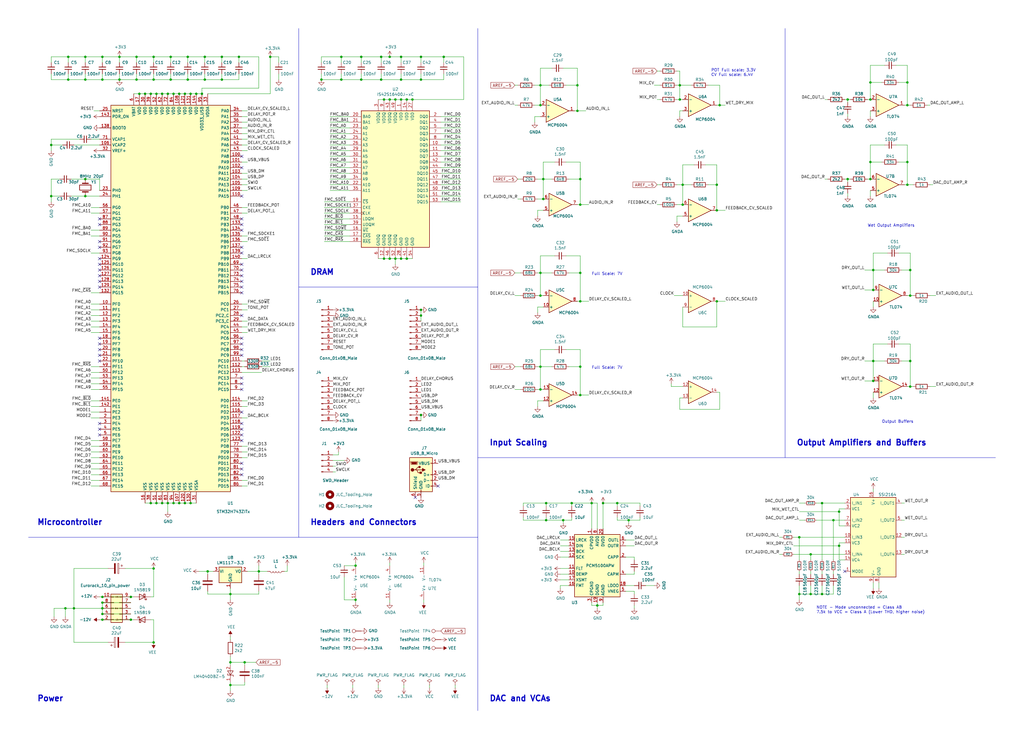
<source format=kicad_sch>
(kicad_sch (version 20230121) (generator eeschema)
  (paper "User" 457.2 330.2)
  (title_block (title "Retrospector") (company "Mountjoy Modular"))
  (junction (at 85.09 41.91))
  (junction (at 176.53 115.57))
  (junction (at 187.96 25.4))
  (junction (at 187.96 138.43))
  (junction (at 45.72 269.24))
  (junction (at 83.82 35.56))
  (junction (at 356.87 240.03))
  (junction (at 257.81 49.53))
  (junction (at 361.95 265.43))
  (junction (at 320.04 93.98))
  (junction (at 74.93 41.91))
  (junction (at 187.96 140.97))
  (junction (at 102.87 306.07))
  (junction (at 179.07 35.56))
  (junction (at 45.72 274.32))
  (junction (at 406.4 161.29))
  (junction (at 179.07 115.57))
  (junction (at 22.86 64.77))
  (junction (at 320.04 134.62))
  (junction (at 82.55 41.91))
  (junction (at 176.53 44.45))
  (junction (at 102.87 265.43))
  (junction (at 321.31 46.99))
  (junction (at 243.84 224.79))
  (junction (at 266.7 270.51))
  (junction (at 72.39 224.79))
  (junction (at 173.99 115.57))
  (junction (at 303.53 38.1))
  (junction (at 74.93 224.79))
  (junction (at 388.62 44.45))
  (junction (at 275.59 224.79))
  (junction (at 388.62 80.01))
  (junction (at 406.4 120.65))
  (junction (at 68.58 35.56))
  (junction (at 378.46 44.45))
  (junction (at 45.72 271.78))
  (junction (at 67.31 224.79))
  (junction (at 406.4 132.08))
  (junction (at 198.12 25.4))
  (junction (at 158.75 267.97))
  (junction (at 64.77 41.91))
  (junction (at 58.42 266.7))
  (junction (at 106.68 25.4))
  (junction (at 38.1 87.63))
  (junction (at 405.13 36.83))
  (junction (at 179.07 25.4))
  (junction (at 243.84 232.41))
  (junction (at 158.75 252.73))
  (junction (at 257.81 38.1))
  (junction (at 115.57 255.27))
  (junction (at 241.3 38.1))
  (junction (at 53.34 35.56))
  (junction (at 62.23 41.91))
  (junction (at 120.65 25.4))
  (junction (at 184.15 44.45))
  (junction (at 68.58 287.02))
  (junction (at 109.22 295.91))
  (junction (at 77.47 41.91))
  (junction (at 181.61 44.45))
  (junction (at 91.44 25.4))
  (junction (at 170.18 25.4))
  (junction (at 241.3 163.83))
  (junction (at 264.16 224.79))
  (junction (at 259.08 80.01))
  (junction (at 259.08 91.44))
  (junction (at 187.96 185.42))
  (junction (at 91.44 35.56))
  (junction (at 60.96 35.56))
  (junction (at 255.27 224.79))
  (junction (at 171.45 44.45))
  (junction (at 389.89 170.18))
  (junction (at 69.85 41.91))
  (junction (at 92.71 255.27))
  (junction (at 83.82 25.4))
  (junction (at 45.72 35.56))
  (junction (at 303.53 44.45))
  (junction (at 53.34 25.4))
  (junction (at 45.72 276.86))
  (junction (at 259.08 163.83))
  (junction (at 90.17 41.91))
  (junction (at 99.06 25.4))
  (junction (at 38.1 80.01))
  (junction (at 80.01 224.79))
  (junction (at 241.3 121.92))
  (junction (at 259.08 134.62))
  (junction (at 152.4 25.4))
  (junction (at 304.8 82.55))
  (junction (at 241.3 132.08))
  (junction (at 367.03 224.79))
  (junction (at 389.89 129.54))
  (junction (at 374.65 228.6))
  (junction (at 85.09 224.79))
  (junction (at 60.96 25.4))
  (junction (at 68.58 25.4))
  (junction (at 378.46 80.01))
  (junction (at 82.55 224.79))
  (junction (at 181.61 115.57))
  (junction (at 388.62 72.39))
  (junction (at 99.06 35.56))
  (junction (at 68.58 254))
  (junction (at 171.45 115.57))
  (junction (at 30.48 25.4))
  (junction (at 179.07 44.45))
  (junction (at 33.02 271.78))
  (junction (at 389.89 120.65))
  (junction (at 356.87 265.43))
  (junction (at 38.1 35.56))
  (junction (at 173.99 44.45))
  (junction (at 22.86 87.63))
  (junction (at 251.46 232.41))
  (junction (at 405.13 82.55))
  (junction (at 187.96 35.56))
  (junction (at 388.62 36.83))
  (junction (at 76.2 35.56))
  (junction (at 367.03 265.43))
  (junction (at 69.85 224.79))
  (junction (at 405.13 46.99))
  (junction (at 102.87 295.91))
  (junction (at 406.4 172.72))
  (junction (at 280.67 232.41))
  (junction (at 87.63 41.91))
  (junction (at 259.08 121.92))
  (junction (at 67.31 41.91))
  (junction (at 242.57 88.9))
  (junction (at 30.48 35.56))
  (junction (at 405.13 72.39))
  (junction (at 170.18 35.56))
  (junction (at 374.65 243.84))
  (junction (at 389.89 161.29))
  (junction (at 143.51 35.56))
  (junction (at 241.3 46.99))
  (junction (at 38.1 25.4))
  (junction (at 242.57 80.01))
  (junction (at 29.21 271.78))
  (junction (at 361.95 247.65))
  (junction (at 152.4 35.56))
  (junction (at 259.08 176.53))
  (junction (at 372.11 232.41))
  (junction (at 45.72 266.7))
  (junction (at 76.2 25.4))
  (junction (at 58.42 276.86))
  (junction (at 320.04 82.55))
  (junction (at 173.99 25.4))
  (junction (at 80.01 41.91))
  (junction (at 304.8 91.44))
  (junction (at 161.29 35.56))
  (junction (at 269.24 224.79))
  (junction (at 241.3 173.99))
  (junction (at 161.29 25.4))
  (junction (at 77.47 224.79))
  (junction (at 72.39 41.91))
  (junction (at 45.72 25.4))
  (no_connect (at -12.7 33.02))
  (no_connect (at 107.95 171.45))
  (no_connect (at 44.45 153.67))
  (no_connect (at 107.95 113.03))
  (no_connect (at -12.7 43.18))
  (no_connect (at 107.95 120.65))
  (no_connect (at -12.7 35.56))
  (no_connect (at 107.95 212.09))
  (no_connect (at 44.45 100.33))
  (no_connect (at 107.95 118.11))
  (no_connect (at 44.45 125.73))
  (no_connect (at -12.7 38.1))
  (no_connect (at 107.95 151.13))
  (no_connect (at 44.45 189.23))
  (no_connect (at 377.19 255.27))
  (no_connect (at 44.45 110.49))
  (no_connect (at -12.7 50.8))
  (no_connect (at 107.95 189.23))
  (no_connect (at 44.45 115.57))
  (no_connect (at 44.45 161.29))
  (no_connect (at 44.45 156.21))
  (no_connect (at 107.95 156.21))
  (no_connect (at 107.95 102.87))
  (no_connect (at 195.58 217.17))
  (no_connect (at 44.45 120.65))
  (no_connect (at 107.95 191.77))
  (no_connect (at 107.95 97.79))
  (no_connect (at -12.7 40.64))
  (no_connect (at 44.45 194.31))
  (no_connect (at 107.95 87.63))
  (no_connect (at 44.45 151.13))
  (no_connect (at 107.95 207.01))
  (no_connect (at 107.95 196.85))
  (no_connect (at 44.45 158.75))
  (no_connect (at -12.7 45.72))
  (no_connect (at -12.7 48.26))
  (no_connect (at 107.95 100.33))
  (no_connect (at -12.7 27.94))
  (no_connect (at 107.95 74.93))
  (no_connect (at 107.95 209.55))
  (no_connect (at 107.95 158.75))
  (no_connect (at 107.95 194.31))
  (no_connect (at 185.42 222.25))
  (no_connect (at 44.45 97.79))
  (no_connect (at 107.95 140.97))
  (no_connect (at -12.7 53.34))
  (no_connect (at 44.45 191.77))
  (no_connect (at 107.95 184.15))
  (no_connect (at 107.95 69.85))
  (no_connect (at 107.95 128.27))
  (no_connect (at 107.95 173.99))
  (no_connect (at 44.45 118.11))
  (no_connect (at 107.95 153.67))
  (no_connect (at -12.7 22.86))
  (no_connect (at -12.7 30.48))
  (no_connect (at 107.95 123.19))
  (no_connect (at 107.95 110.49))
  (no_connect (at 107.95 130.81))
  (no_connect (at 44.45 128.27))
  (no_connect (at 107.95 168.91))
  (no_connect (at 44.45 123.19))
  (no_connect (at 44.45 107.95))
  (no_connect (at 107.95 125.73))
  (no_connect (at -12.7 25.4))
  (wire (pts (xy 259.08 72.39) (xy 259.08 80.01)))
  (wire (pts (xy 83.82 35.56) (xy 91.44 35.56)))
  (wire (pts (xy 107.95 143.51) (xy 110.49 143.51)))
  (wire (pts (xy 280.67 233.68) (xy 280.67 232.41)))
  (wire (pts (xy 347.98 240.03) (xy 349.25 240.03)))
  (wire (pts (xy 44.45 95.25) (xy 40.64 95.25)))
  (wire (pts (xy 255.27 231.14) (xy 255.27 232.41)))
  (wire (pts (xy 279.4 261.62) (xy 283.21 261.62)))
  (wire (pts (xy 116.84 161.29) (xy 120.65 161.29)))
  (wire (pts (xy 405.13 36.83) (xy 405.13 46.99)))
  (wire (pts (xy 275.59 232.41) (xy 280.67 232.41)))
  (wire (pts (xy 240.03 80.01) (xy 242.57 80.01)))
  (wire (pts (xy 304.8 177.8) (xy 303.53 177.8)))
  (wire (pts (xy 252.73 156.21) (xy 259.08 156.21)))
  (wire (pts (xy 233.68 231.14) (xy 233.68 232.41)))
  (wire (pts (xy 106.68 25.4) (xy 99.06 25.4)))
  (wire (pts (xy 400.05 64.77) (xy 405.13 64.77)))
  (wire (pts (xy 205.74 72.39) (xy 196.85 72.39)))
  (wire (pts (xy 304.8 82.55) (xy 304.8 91.44)))
  (wire (pts (xy 30.48 35.56) (xy 38.1 35.56)))
  (wire (pts (xy 110.49 179.07) (xy 107.95 179.07)))
  (wire (pts (xy 257.81 91.44) (xy 259.08 91.44)))
  (wire (pts (xy 38.1 33.02) (xy 38.1 35.56)))
  (wire (pts (xy 40.64 196.85) (xy 44.45 196.85)))
  (wire (pts (xy 378.46 45.72) (xy 378.46 44.45)))
  (wire (pts (xy 168.91 115.57) (xy 171.45 115.57)))
  (wire (pts (xy 53.34 27.94) (xy 53.34 25.4)))
  (wire (pts (xy 242.57 137.16) (xy 240.03 137.16)))
  (wire (pts (xy 279.4 248.92) (xy 283.21 248.92)))
  (wire (pts (xy 44.45 163.83) (xy 40.64 163.83)))
  (wire (pts (xy 44.45 179.07) (xy 40.64 179.07)))
  (wire (pts (xy 302.26 91.44) (xy 304.8 91.44)))
  (wire (pts (xy 76.2 25.4) (xy 83.82 25.4)))
  (wire (pts (xy 241.3 114.3) (xy 241.3 121.92)))
  (wire (pts (xy 68.58 266.7) (xy 68.58 254)))
  (wire (pts (xy 302.26 31.75) (xy 303.53 31.75)))
  (wire (pts (xy 156.21 107.95) (xy 144.78 107.95)))
  (wire (pts (xy 147.32 54.61) (xy 156.21 54.61)))
  (wire (pts (xy 205.74 67.31) (xy 196.85 67.31)))
  (wire (pts (xy 161.29 33.02) (xy 161.29 35.56)))
  (wire (pts (xy 368.3 44.45) (xy 369.57 44.45)))
  (wire (pts (xy 240.03 88.9) (xy 242.57 88.9)))
  (wire (pts (xy 156.21 62.23) (xy 147.32 62.23)))
  (wire (pts (xy 76.2 35.56) (xy 83.82 35.56)))
  (wire (pts (xy 170.18 35.56) (xy 179.07 35.56)))
  (wire (pts (xy 285.75 231.14) (xy 285.75 232.41)))
  (wire (pts (xy 302.26 96.52) (xy 302.26 99.06)))
  (wire (pts (xy 251.46 30.48) (xy 257.81 30.48)))
  (wire (pts (xy 156.21 80.01) (xy 147.32 80.01)))
  (wire (pts (xy 240.03 163.83) (xy 241.3 163.83)))
  (wire (pts (xy 68.58 35.56) (xy 76.2 35.56)))
  (wire (pts (xy 378.46 86.36) (xy 378.46 87.63)))
  (wire (pts (xy 110.49 72.39) (xy 107.95 72.39)))
  (wire (pts (xy 69.85 224.79) (xy 72.39 224.79)))
  (wire (pts (xy 144.78 102.87) (xy 156.21 102.87)))
  (wire (pts (xy 302.26 38.1) (xy 303.53 38.1)))
  (wire (pts (xy 405.13 36.83) (xy 401.32 36.83)))
  (wire (pts (xy 240.03 179.07) (xy 240.03 181.61)))
  (wire (pts (xy 44.45 276.86) (xy 45.72 276.86)))
  (wire (pts (xy 110.49 49.53) (xy 107.95 49.53)))
  (wire (pts (xy 80.01 41.91) (xy 82.55 41.91)))
  (wire (pts (xy 22.86 87.63) (xy 26.67 87.63)))
  (wire (pts (xy 156.21 69.85) (xy 147.32 69.85)))
  (wire (pts (xy 41.91 49.53) (xy 44.45 49.53)))
  (wire (pts (xy 181.61 115.57) (xy 184.15 115.57)))
  (wire (pts (xy 156.21 67.31) (xy 147.32 67.31)))
  (wire (pts (xy 368.3 80.01) (xy 369.57 80.01)))
  (wire (pts (xy 361.95 250.19) (xy 361.95 247.65)))
  (wire (pts (xy 148.59 205.74) (xy 153.67 205.74)))
  (wire (pts (xy 161.29 35.56) (xy 170.18 35.56)))
  (wire (pts (xy 389.89 260.35) (xy 389.89 262.89)))
  (wire (pts (xy 82.55 224.79) (xy 85.09 224.79)))
  (wire (pts (xy 187.96 143.51) (xy 187.96 140.97)))
  (polyline (pts (xy 213.36 204.47) (xy 444.5 204.47)))
  (wire (pts (xy 323.85 134.62) (xy 320.04 134.62)))
  (wire (pts (xy 294.64 38.1) (xy 292.1 38.1)))
  (wire (pts (xy 367.03 265.43) (xy 372.11 265.43)))
  (wire (pts (xy 241.3 132.08) (xy 242.57 132.08)))
  (wire (pts (xy 377.19 44.45) (xy 378.46 44.45)))
  (wire (pts (xy 207.01 25.4) (xy 207.01 44.45)))
  (wire (pts (xy 266.7 224.79) (xy 264.16 224.79)))
  (wire (pts (xy 256.54 49.53) (xy 257.81 49.53)))
  (wire (pts (xy 303.53 177.8) (xy 303.53 182.88)))
  (wire (pts (xy 401.32 113.03) (xy 406.4 113.03)))
  (wire (pts (xy 74.93 224.79) (xy 74.93 228.6)))
  (wire (pts (xy 393.7 36.83) (xy 388.62 36.83)))
  (wire (pts (xy 367.03 261.62) (xy 367.03 265.43)))
  (wire (pts (xy 308.61 82.55) (xy 304.8 82.55)))
  (wire (pts (xy 198.12 27.94) (xy 198.12 25.4)))
  (wire (pts (xy 31.75 80.01) (xy 38.1 80.01)))
  (wire (pts (xy 406.4 132.08) (xy 407.67 132.08)))
  (wire (pts (xy 90.17 39.37) (xy 115.57 39.37)))
  (wire (pts (xy 40.64 209.55) (xy 44.45 209.55)))
  (wire (pts (xy 367.03 224.79) (xy 377.19 224.79)))
  (wire (pts (xy 205.74 77.47) (xy 196.85 77.47)))
  (wire (pts (xy 402.59 232.41) (xy 403.86 232.41)))
  (wire (pts (xy 406.4 113.03) (xy 406.4 120.65)))
  (wire (pts (xy 250.19 241.3) (xy 254 241.3)))
  (wire (pts (xy 99.06 35.56) (xy 106.68 35.56)))
  (wire (pts (xy 255.27 224.79) (xy 264.16 224.79)))
  (wire (pts (xy 176.53 115.57) (xy 179.07 115.57)))
  (wire (pts (xy 128.27 252.73) (xy 128.27 255.27)))
  (wire (pts (xy 44.45 186.69) (xy 40.64 186.69)))
  (wire (pts (xy 205.74 82.55) (xy 196.85 82.55)))
  (wire (pts (xy 40.64 113.03) (xy 44.45 113.03)))
  (wire (pts (xy 364.49 232.41) (xy 372.11 232.41)))
  (wire (pts (xy 250.19 254) (xy 254 254)))
  (wire (pts (xy 45.72 25.4) (xy 53.34 25.4)))
  (wire (pts (xy 257.81 134.62) (xy 259.08 134.62)))
  (wire (pts (xy 44.45 171.45) (xy 40.64 171.45)))
  (wire (pts (xy 387.35 80.01) (xy 388.62 80.01)))
  (wire (pts (xy 207.01 44.45) (xy 184.15 44.45)))
  (wire (pts (xy 180.34 306.07) (xy 180.34 307.34)))
  (wire (pts (xy 147.32 57.15) (xy 156.21 57.15)))
  (wire (pts (xy 389.89 113.03) (xy 389.89 120.65)))
  (wire (pts (xy 257.81 30.48) (xy 257.81 38.1)))
  (wire (pts (xy 110.49 217.17) (xy 107.95 217.17)))
  (wire (pts (xy 40.64 105.41) (xy 44.45 105.41)))
  (wire (pts (xy 388.62 29.21) (xy 388.62 36.83)))
  (wire (pts (xy 254 80.01) (xy 259.08 80.01)))
  (wire (pts (xy 45.72 27.94) (xy 45.72 25.4)))
  (wire (pts (xy 144.78 92.71) (xy 156.21 92.71)))
  (wire (pts (xy 321.31 46.99) (xy 323.85 46.99)))
  (wire (pts (xy 110.49 107.95) (xy 107.95 107.95)))
  (wire (pts (xy 27.94 64.77) (xy 22.86 64.77)))
  (wire (pts (xy 147.32 52.07) (xy 156.21 52.07)))
  (wire (pts (xy 107.95 163.83) (xy 109.22 163.83)))
  (wire (pts (xy 388.62 72.39) (xy 388.62 80.01)))
  (wire (pts (xy 406.4 132.08) (xy 406.4 120.65)))
  (wire (pts (xy 161.29 25.4) (xy 170.18 25.4)))
  (wire (pts (xy 241.3 52.07) (xy 238.76 52.07)))
  (wire (pts (xy 45.72 266.7) (xy 58.42 266.7)))
  (wire (pts (xy 250.19 261.62) (xy 250.19 262.89)))
  (wire (pts (xy 361.95 255.27) (xy 361.95 256.54)))
  (wire (pts (xy 279.4 241.3) (xy 283.21 241.3)))
  (wire (pts (xy 205.74 57.15) (xy 196.85 57.15)))
  (wire (pts (xy 170.18 33.02) (xy 170.18 35.56)))
  (wire (pts (xy 107.95 161.29) (xy 109.22 161.29)))
  (wire (pts (xy 33.02 271.78) (xy 45.72 271.78)))
  (wire (pts (xy 68.58 276.86) (xy 68.58 287.02)))
  (wire (pts (xy 377.19 250.19) (xy 374.65 250.19)))
  (wire (pts (xy 68.58 27.94) (xy 68.58 25.4)))
  (wire (pts (xy 114.3 295.91) (xy 109.22 295.91)))
  (wire (pts (xy 60.96 35.56) (xy 60.96 33.02)))
  (wire (pts (xy 266.7 224.79) (xy 266.7 236.22)))
  (wire (pts (xy 116.84 163.83) (xy 120.65 163.83)))
  (wire (pts (xy 85.09 41.91) (xy 87.63 41.91)))
  (wire (pts (xy 107.95 115.57) (xy 110.49 115.57)))
  (wire (pts (xy 143.51 35.56) (xy 143.51 33.02)))
  (wire (pts (xy 285.75 226.06) (xy 285.75 224.79)))
  (wire (pts (xy 124.46 33.02) (xy 124.46 35.56)))
  (wire (pts (xy 405.13 82.55) (xy 407.67 82.55)))
  (wire (pts (xy 83.82 35.56) (xy 83.82 33.02)))
  (wire (pts (xy 198.12 35.56) (xy 198.12 33.02)))
  (wire (pts (xy 378.46 80.01) (xy 379.73 80.01)))
  (wire (pts (xy 124.46 27.94) (xy 124.46 25.4)))
  (wire (pts (xy 187.96 25.4) (xy 198.12 25.4)))
  (wire (pts (xy 171.45 44.45) (xy 168.91 44.45)))
  (wire (pts (xy 257.81 176.53) (xy 259.08 176.53)))
  (wire (pts (xy 231.14 80.01) (xy 232.41 80.01)))
  (wire (pts (xy 401.32 153.67) (xy 406.4 153.67)))
  (wire (pts (xy 259.08 80.01) (xy 259.08 91.44)))
  (wire (pts (xy 92.71 41.91) (xy 120.65 41.91)))
  (wire (pts (xy 82.55 41.91) (xy 85.09 41.91)))
  (wire (pts (xy 389.89 175.26) (xy 389.89 177.8)))
  (wire (pts (xy 143.51 35.56) (xy 152.4 35.56)))
  (wire (pts (xy 259.08 114.3) (xy 259.08 121.92)))
  (wire (pts (xy 405.13 172.72) (xy 406.4 172.72)))
  (wire (pts (xy 389.89 153.67) (xy 389.89 161.29)))
  (wire (pts (xy 68.58 254) (xy 55.88 254)))
  (wire (pts (xy 110.49 77.47) (xy 107.95 77.47)))
  (wire (pts (xy 102.87 306.07) (xy 102.87 308.61)))
  (wire (pts (xy 299.72 171.45) (xy 299.72 172.72)))
  (wire (pts (xy 266.7 269.24) (xy 266.7 270.51)))
  (wire (pts (xy 173.99 251.46) (xy 173.99 252.73)))
  (wire (pts (xy 173.99 44.45) (xy 171.45 44.45)))
  (wire (pts (xy 187.96 27.94) (xy 187.96 25.4)))
  (wire (pts (xy 205.74 90.17) (xy 196.85 90.17)))
  (wire (pts (xy 389.89 120.65) (xy 389.89 129.54)))
  (wire (pts (xy 40.64 217.17) (xy 44.45 217.17)))
  (wire (pts (xy 179.07 44.45) (xy 176.53 44.45)))
  (wire (pts (xy 110.49 64.77) (xy 107.95 64.77)))
  (wire (pts (xy 269.24 270.51) (xy 266.7 270.51)))
  (wire (pts (xy 44.45 138.43) (xy 40.64 138.43)))
  (wire (pts (xy 241.3 156.21) (xy 241.3 163.83)))
  (wire (pts (xy 275.59 224.79) (xy 285.75 224.79)))
  (wire (pts (xy 69.85 41.91) (xy 72.39 41.91)))
  (wire (pts (xy 152.4 35.56) (xy 161.29 35.56)))
  (wire (pts (xy 74.93 224.79) (xy 77.47 224.79)))
  (wire (pts (xy 144.78 90.17) (xy 156.21 90.17)))
  (wire (pts (xy 156.21 82.55) (xy 147.32 82.55)))
  (wire (pts (xy 386.08 120.65) (xy 389.89 120.65)))
  (wire (pts (xy 367.03 255.27) (xy 367.03 256.54)))
  (wire (pts (xy 110.49 54.61) (xy 107.95 54.61)))
  (wire (pts (xy 22.86 80.01) (xy 22.86 87.63)))
  (wire (pts (xy 107.95 138.43) (xy 110.49 138.43)))
  (wire (pts (xy 40.64 204.47) (xy 44.45 204.47)))
  (polyline (pts (xy 133.35 240.03) (xy 133.35 12.7)))
  (wire (pts (xy 302.26 82.55) (xy 304.8 82.55)))
  (wire (pts (xy 22.86 25.4) (xy 30.48 25.4)))
  (wire (pts (xy 252.73 38.1) (xy 257.81 38.1)))
  (wire (pts (xy 400.05 29.21) (xy 405.13 29.21)))
  (wire (pts (xy 246.38 80.01) (xy 242.57 80.01)))
  (wire (pts (xy 321.31 38.1) (xy 321.31 46.99)))
  (wire (pts (xy 316.23 82.55) (xy 320.04 82.55)))
  (wire (pts (xy 203.2 306.07) (xy 203.2 307.34)))
  (wire (pts (xy 107.95 82.55) (xy 110.49 82.55)))
  (wire (pts (xy 259.08 163.83) (xy 259.08 176.53)))
  (wire (pts (xy 242.57 93.98) (xy 240.03 93.98)))
  (wire (pts (xy 90.17 41.91) (xy 90.17 39.37)))
  (wire (pts (xy 45.72 271.78) (xy 45.72 274.32)))
  (wire (pts (xy 76.2 25.4) (xy 76.2 27.94)))
  (wire (pts (xy 388.62 36.83) (xy 388.62 44.45)))
  (wire (pts (xy 44.45 80.01) (xy 38.1 80.01)))
  (wire (pts (xy 386.08 161.29) (xy 389.89 161.29)))
  (wire (pts (xy 102.87 262.89) (xy 102.87 265.43)))
  (wire (pts (xy 304.8 146.05) (xy 304.8 137.16)))
  (wire (pts (xy 58.42 269.24) (xy 45.72 269.24)))
  (wire (pts (xy 102.87 306.07) (xy 109.22 306.07)))
  (wire (pts (xy 356.87 232.41) (xy 359.41 232.41)))
  (wire (pts (xy 356.87 267.97) (xy 356.87 265.43)))
  (wire (pts (xy 44.45 173.99) (xy 40.64 173.99)))
  (wire (pts (xy 389.89 218.44) (xy 389.89 219.71)))
  (wire (pts (xy 387.35 44.45) (xy 388.62 44.45)))
  (wire (pts (xy 205.74 87.63) (xy 196.85 87.63)))
  (wire (pts (xy 405.13 46.99) (xy 406.4 46.99)))
  (wire (pts (xy 168.91 306.07) (xy 168.91 307.34)))
  (wire (pts (xy 156.21 85.09) (xy 147.32 85.09)))
  (wire (pts (xy 156.21 97.79) (xy 144.78 97.79)))
  (wire (pts (xy 303.53 31.75) (xy 303.53 38.1)))
  (wire (pts (xy 299.72 172.72) (xy 304.8 172.72)))
  (wire (pts (xy 388.62 85.09) (xy 388.62 87.63)))
  (wire (pts (xy 30.48 27.94) (xy 30.48 25.4)))
  (wire (pts (xy 68.58 287.02) (xy 55.88 287.02)))
  (wire (pts (xy 309.88 73.66) (xy 304.8 73.66)))
  (wire (pts (xy 158.75 251.46) (xy 158.75 252.73)))
  (wire (pts (xy 44.45 146.05) (xy 40.64 146.05)))
  (wire (pts (xy 394.97 29.21) (xy 388.62 29.21)))
  (wire (pts (xy 205.74 54.61) (xy 196.85 54.61)))
  (wire (pts (xy 205.74 69.85) (xy 196.85 69.85)))
  (wire (pts (xy 316.23 38.1) (xy 321.31 38.1)))
  (wire (pts (xy 184.15 44.45) (xy 181.61 44.45)))
  (wire (pts (xy 205.74 85.09) (xy 196.85 85.09)))
  (wire (pts (xy 233.68 224.79) (xy 243.84 224.79)))
  (wire (pts (xy 402.59 247.65) (xy 403.86 247.65)))
  (wire (pts (xy 40.64 135.89) (xy 44.45 135.89)))
  (wire (pts (xy 107.95 166.37) (xy 116.84 166.37)))
  (wire (pts (xy 152.4 27.94) (xy 152.4 25.4)))
  (wire (pts (xy 179.07 25.4) (xy 187.96 25.4)))
  (wire (pts (xy 48.26 287.02) (xy 33.02 287.02)))
  (wire (pts (xy 24.13 275.59) (xy 24.13 271.78)))
  (wire (pts (xy 283.21 255.27) (xy 283.21 256.54)))
  (wire (pts (xy 378.46 50.8) (xy 378.46 52.07)))
  (wire (pts (xy 356.87 261.62) (xy 356.87 265.43)))
  (wire (pts (xy 241.3 30.48) (xy 241.3 38.1)))
  (wire (pts (xy 320.04 146.05) (xy 320.04 134.62)))
  (wire (pts (xy 24.13 271.78) (xy 29.21 271.78)))
  (wire (pts (xy 60.96 35.56) (xy 68.58 35.56)))
  (wire (pts (xy 406.4 172.72) (xy 406.4 161.29)))
  (wire (pts (xy 60.96 27.94) (xy 60.96 25.4)))
  (wire (pts (xy 361.95 261.62) (xy 361.95 265.43)))
  (wire (pts (xy 406.4 172.72) (xy 407.67 172.72)))
  (wire (pts (xy 107.95 85.09) (xy 110.49 85.09)))
  (wire (pts (xy 99.06 33.02) (xy 99.06 35.56)))
  (wire (pts (xy 354.33 240.03) (xy 356.87 240.03)))
  (wire (pts (xy 48.26 254) (xy 33.02 254)))
  (wire (pts (xy 269.24 224.79) (xy 269.24 236.22)))
  (wire (pts (xy 115.57 255.27) (xy 115.57 256.54)))
  (wire (pts (xy 64.77 41.91) (xy 67.31 41.91)))
  (wire (pts (xy 303.53 44.45) (xy 304.8 44.45)))
  (wire (pts (xy 115.57 25.4) (xy 106.68 25.4)))
  (wire (pts (xy 229.87 46.99) (xy 231.14 46.99)))
  (wire (pts (xy 88.9 255.27) (xy 92.71 255.27)))
  (wire (pts (xy 77.47 224.79) (xy 80.01 224.79)))
  (wire (pts (xy 389.89 161.29) (xy 389.89 170.18)))
  (wire (pts (xy 250.19 259.08) (xy 254 259.08)))
  (wire (pts (xy 372.11 261.62) (xy 372.11 265.43)))
  (wire (pts (xy 148.59 203.2) (xy 151.13 203.2)))
  (wire (pts (xy 22.86 67.31) (xy 22.86 64.77)))
  (wire (pts (xy 87.63 41.91) (xy 90.17 41.91)))
  (wire (pts (xy 377.19 234.95) (xy 374.65 234.95)))
  (wire (pts (xy 372.11 232.41) (xy 377.19 232.41)))
  (wire (pts (xy 68.58 33.02) (xy 68.58 35.56)))
  (wire (pts (xy 304.8 146.05) (xy 320.04 146.05)))
  (wire (pts (xy 179.07 35.56) (xy 187.96 35.56)))
  (wire (pts (xy 254 121.92) (xy 259.08 121.92)))
  (wire (pts (xy 83.82 27.94) (xy 83.82 25.4)))
  (wire (pts (xy 67.31 224.79) (xy 69.85 224.79)))
  (wire (pts (xy 367.03 250.19) (xy 367.03 224.79)))
  (wire (pts (xy 110.49 181.61) (xy 107.95 181.61)))
  (wire (pts (xy 261.62 49.53) (xy 257.81 49.53)))
  (wire (pts (xy 187.96 35.56) (xy 198.12 35.56)))
  (wire (pts (xy 251.46 233.68) (xy 251.46 232.41)))
  (wire (pts (xy 377.19 80.01) (xy 378.46 80.01)))
  (wire (pts (xy 238.76 38.1) (xy 241.3 38.1)))
  (wire (pts (xy 275.59 226.06) (xy 275.59 224.79)))
  (wire (pts (xy 262.89 91.44) (xy 259.08 91.44)))
  (wire (pts (xy 143.51 27.94) (xy 143.51 25.4)))
  (wire (pts (xy 361.95 247.65) (xy 377.19 247.65)))
  (wire (pts (xy 109.22 306.07) (xy 109.22 304.8)))
  (wire (pts (xy 153.67 252.73) (xy 158.75 252.73)))
  (wire (pts (xy 179.07 25.4) (xy 173.99 25.4)))
  (wire (pts (xy 26.67 80.01) (xy 22.86 80.01)))
  (wire (pts (xy 264.16 269.24) (xy 264.16 270.51)))
  (wire (pts (xy 152.4 25.4) (xy 161.29 25.4)))
  (wire (pts (xy 92.71 265.43) (xy 102.87 265.43)))
  (wire (pts (xy 176.53 44.45) (xy 173.99 44.45)))
  (wire (pts (xy 120.65 25.4) (xy 120.65 41.91)))
  (wire (pts (xy 115.57 39.37) (xy 115.57 25.4)))
  (wire (pts (xy 321.31 175.26) (xy 320.04 175.26)))
  (wire (pts (xy 240.03 173.99) (xy 241.3 173.99)))
  (wire (pts (xy 44.45 143.51) (xy 40.64 143.51)))
  (wire (pts (xy 392.43 260.35) (xy 392.43 262.89)))
  (wire (pts (xy 394.97 64.77) (xy 388.62 64.77)))
  (wire (pts (xy 403.86 82.55) (xy 405.13 82.55)))
  (wire (pts (xy 92.71 264.16) (xy 92.71 265.43)))
  (wire (pts (xy 364.49 224.79) (xy 367.03 224.79)))
  (wire (pts (xy 85.09 224.79) (xy 87.63 224.79)))
  (wire (pts (xy 115.57 255.27) (xy 119.38 255.27)))
  (wire (pts (xy 144.78 95.25) (xy 156.21 95.25)))
  (wire (pts (xy 266.7 270.51) (xy 266.7 271.78)))
  (wire (pts (xy 372.11 250.19) (xy 372.11 232.41)))
  (wire (pts (xy 173.99 267.97) (xy 173.99 269.24)))
  (wire (pts (xy 389.89 134.62) (xy 389.89 137.16)))
  (wire (pts (xy 393.7 72.39) (xy 388.62 72.39)))
  (wire (pts (xy 321.31 46.99) (xy 320.04 46.99)))
  (wire (pts (xy 303.53 44.45) (xy 303.53 38.1)))
  (wire (pts (xy 275.59 231.14) (xy 275.59 232.41)))
  (wire (pts (xy 241.3 173.99) (xy 242.57 173.99)))
  (polyline (pts (xy 350.52 12.7) (xy 350.52 204.47)))
  (wire (pts (xy 58.42 276.86) (xy 59.69 276.86)))
  (wire (pts (xy 110.49 201.93) (xy 107.95 201.93)))
  (wire (pts (xy 300.99 132.08) (xy 304.8 132.08)))
  (wire (pts (xy 102.87 265.43) (xy 102.87 267.97)))
  (wire (pts (xy 102.87 293.37) (xy 102.87 295.91)))
  (wire (pts (xy 143.51 25.4) (xy 152.4 25.4)))
  (wire (pts (xy 156.21 64.77) (xy 147.32 64.77)))
  (wire (pts (xy 156.21 100.33) (xy 144.78 100.33)))
  (wire (pts (xy 356.87 265.43) (xy 361.95 265.43)))
  (wire (pts (xy 388.62 64.77) (xy 388.62 72.39)))
  (wire (pts (xy 110.49 105.41) (xy 107.95 105.41)))
  (wire (pts (xy 156.21 59.69) (xy 147.32 59.69)))
  (wire (pts (xy 246.38 163.83) (xy 241.3 163.83)))
  (wire (pts (xy 22.86 27.94) (xy 22.86 25.4)))
  (wire (pts (xy 22.86 62.23) (xy 35.56 62.23)))
  (wire (pts (xy 243.84 224.79) (xy 255.27 224.79)))
  (wire (pts (xy 293.37 91.44) (xy 294.64 91.44)))
  (wire (pts (xy 189.23 267.97) (xy 189.23 269.24)))
  (wire (pts (xy 45.72 33.02) (xy 45.72 35.56)))
  (wire (pts (xy 303.53 182.88) (xy 321.31 182.88)))
  (wire (pts (xy 110.49 92.71) (xy 107.95 92.71)))
  (wire (pts (xy 374.65 228.6) (xy 374.65 234.95)))
  (wire (pts (xy 72.39 41.91) (xy 74.93 41.91)))
  (wire (pts (xy 110.49 148.59) (xy 107.95 148.59)))
  (wire (pts (xy 347.98 247.65) (xy 349.25 247.65)))
  (wire (pts (xy 229.87 132.08) (xy 232.41 132.08)))
  (wire (pts (xy 354.33 247.65) (xy 361.95 247.65)))
  (wire (pts (xy 67.31 41.91) (xy 69.85 41.91)))
  (wire (pts (xy 58.42 274.32) (xy 45.72 274.32)))
  (wire (pts (xy 187.96 187.96) (xy 187.96 185.42)))
  (wire (pts (xy 40.64 207.01) (xy 44.45 207.01)))
  (wire (pts (xy 30.48 25.4) (xy 38.1 25.4)))
  (wire (pts (xy 44.45 184.15) (xy 40.64 184.15)))
  (wire (pts (xy 229.87 121.92) (xy 232.41 121.92)))
  (wire (pts (xy 91.44 25.4) (xy 99.06 25.4)))
  (wire (pts (xy 402.59 240.03) (xy 403.86 240.03)))
  (wire (pts (xy 323.85 93.98) (xy 320.04 93.98)))
  (wire (pts (xy 388.62 49.53) (xy 388.62 52.07)))
  (wire (pts (xy 406.4 120.65) (xy 402.59 120.65)))
  (wire (pts (xy 254 163.83) (xy 259.08 163.83)))
  (wire (pts (xy 374.65 228.6) (xy 356.87 228.6)))
  (wire (pts (xy 386.08 129.54) (xy 389.89 129.54)))
  (wire (pts (xy 250.19 246.38) (xy 254 246.38)))
  (wire (pts (xy 110.49 62.23) (xy 107.95 62.23)))
  (wire (pts (xy 109.22 297.18) (xy 109.22 295.91)))
  (wire (pts (xy 102.87 265.43) (xy 115.57 265.43)))
  (wire (pts (xy 170.18 25.4) (xy 173.99 25.4)))
  (wire (pts (xy 269.24 224.79) (xy 275.59 224.79)))
  (wire (pts (xy 156.21 72.39) (xy 147.32 72.39)))
  (wire (pts (xy 415.29 132.08) (xy 417.83 132.08)))
  (wire (pts (xy 173.99 115.57) (xy 176.53 115.57)))
  (wire (pts (xy 378.46 81.28) (xy 378.46 80.01)))
  (wire (pts (xy 110.49 95.25) (xy 107.95 95.25)))
  (wire (pts (xy 406.4 161.29) (xy 402.59 161.29)))
  (wire (pts (xy 415.29 82.55) (xy 416.56 82.55)))
  (wire (pts (xy 356.87 250.19) (xy 356.87 240.03)))
  (wire (pts (xy 269.24 269.24) (xy 269.24 270.51)))
  (wire (pts (xy 414.02 46.99) (xy 415.29 46.99)))
  (wire (pts (xy 156.21 105.41) (xy 144.78 105.41)))
  (wire (pts (xy 128.27 255.27) (xy 127 255.27)))
  (wire (pts (xy 294.64 44.45) (xy 293.37 44.45)))
  (wire (pts (xy 283.21 264.16) (xy 283.21 265.43)))
  (wire (pts (xy 229.87 163.83) (xy 232.41 163.83)))
  (wire (pts (xy 247.65 156.21) (xy 241.3 156.21)))
  (wire (pts (xy 110.49 57.15) (xy 107.95 57.15)))
  (wire (pts (xy 91.44 27.94) (xy 91.44 25.4)))
  (wire (pts (xy 110.49 214.63) (xy 107.95 214.63)))
  (wire (pts (xy 109.22 295.91) (xy 102.87 295.91)))
  (wire (pts (xy 374.65 243.84) (xy 374.65 250.19)))
  (wire (pts (xy 91.44 35.56) (xy 99.06 35.56)))
  (wire (pts (xy 40.64 214.63) (xy 44.45 214.63)))
  (wire (pts (xy 187.96 35.56) (xy 187.96 33.02)))
  (wire (pts (xy 243.84 226.06) (xy 243.84 224.79)))
  (wire (pts (xy 44.45 92.71) (xy 40.64 92.71)))
  (wire (pts (xy 304.8 96.52) (xy 302.26 96.52)))
  (wire (pts (xy 151.13 203.2) (xy 151.13 201.93)))
  (wire (pts (xy 191.77 306.07) (xy 191.77 307.34)))
  (wire (pts (xy 374.65 242.57) (xy 377.19 242.57)))
  (wire (pts (xy 241.3 163.83) (xy 241.3 173.99)))
  (wire (pts (xy 283.21 270.51) (xy 283.21 271.78)))
  (wire (pts (xy 405.13 132.08) (xy 406.4 132.08)))
  (wire (pts (xy 205.74 62.23) (xy 196.85 62.23)))
  (wire (pts (xy 33.02 254) (xy 33.02 271.78)))
  (wire (pts (xy 255.27 226.06) (xy 255.27 224.79)))
  (wire (pts (xy 44.45 166.37) (xy 40.64 166.37)))
  (wire (pts (xy 304.8 73.66) (xy 304.8 82.55)))
  (wire (pts (xy 245.11 38.1) (xy 241.3 38.1)))
  (wire (pts (xy 243.84 232.41) (xy 251.46 232.41)))
  (wire (pts (xy 44.45 168.91) (xy 40.64 168.91)))
  (wire (pts (xy 64.77 224.79) (xy 67.31 224.79)))
  (wire (pts (xy 110.49 135.89) (xy 107.95 135.89)))
  (wire (pts (xy 250.19 248.92) (xy 254 248.92)))
  (wire (pts (xy 77.47 41.91) (xy 80.01 41.91)))
  (wire (pts (xy 110.49 255.27) (xy 115.57 255.27)))
  (wire (pts (xy 149.86 210.82) (xy 148.59 210.82)))
  (wire (pts (xy 179.07 115.57) (xy 181.61 115.57)))
  (wire (pts (xy 110.49 146.05) (xy 107.95 146.05)))
  (wire (pts (xy 320.04 82.55) (xy 320.04 93.98)))
  (wire (pts (xy 238.76 46.99) (xy 241.3 46.99)))
  (wire (pts (xy 152.4 35.56) (xy 152.4 33.02)))
  (wire (pts (xy 102.87 304.8) (xy 102.87 306.07)))
  (wire (pts (xy 44.45 148.59) (xy 40.64 148.59)))
  (wire (pts (xy 378.46 44.45) (xy 379.73 44.45)))
  (wire (pts (xy 110.49 204.47) (xy 107.95 204.47)))
  (wire (pts (xy 403.86 46.99) (xy 405.13 46.99)))
  (wire (pts (xy 153.67 257.81) (xy 153.67 267.97)))
  (wire (pts (xy 247.65 114.3) (xy 241.3 114.3)))
  (wire (pts (xy 102.87 284.48) (xy 102.87 285.75)))
  (wire (pts (xy 288.29 261.62) (xy 292.1 261.62)))
  (wire (pts (xy 124.46 25.4) (xy 120.65 25.4)))
  (wire (pts (xy 240.03 132.08) (xy 241.3 132.08)))
  (wire (pts (xy 44.45 181.61) (xy 40.64 181.61)))
  (wire (pts (xy 110.49 59.69) (xy 107.95 59.69)))
  (wire (pts (xy 80.01 224.79) (xy 82.55 224.79)))
  (wire (pts (xy 279.4 256.54) (xy 283.21 256.54)))
  (wire (pts (xy 76.2 33.02) (xy 76.2 35.56)))
  (wire (pts (xy 406.4 153.67) (xy 406.4 161.29)))
  (wire (pts (xy 22.86 87.63) (xy 22.86 90.17)))
  (wire (pts (xy 405.13 29.21) (xy 405.13 36.83)))
  (wire (pts (xy 251.46 232.41) (xy 255.27 232.41)))
  (wire (pts (xy 377.19 227.33) (xy 374.65 227.33)))
  (wire (pts (xy 415.29 172.72) (xy 417.83 172.72)))
  (wire (pts (xy 181.61 44.45) (xy 179.07 44.45)))
  (wire (pts (xy 59.69 41.91) (xy 62.23 41.91)))
  (wire (pts (xy 92.71 256.54) (xy 92.71 255.27)))
  (wire (pts (xy 250.19 243.84) (xy 254 243.84)))
  (wire (pts (xy 229.87 173.99) (xy 232.41 173.99)))
  (wire (pts (xy 238.76 52.07) (xy 238.76 54.61)))
  (wire (pts (xy 22.86 64.77) (xy 22.86 62.23)))
  (wire (pts (xy 205.74 74.93) (xy 196.85 74.93)))
  (wire (pts (xy 252.73 114.3) (xy 259.08 114.3)))
  (wire (pts (xy 106.68 27.94) (xy 106.68 25.4)))
  (wire (pts (xy 205.74 64.77) (xy 196.85 64.77)))
  (wire (pts (xy 45.72 269.24) (xy 45.72 271.78)))
  (polyline (pts (xy 213.36 12.7) (xy 213.36 317.5)))
  (wire (pts (xy 156.21 74.93) (xy 147.32 74.93)))
  (wire (pts (xy 396.24 113.03) (xy 389.89 113.03)))
  (polyline (pts (xy 12.7 240.03) (xy 213.36 240.03)))
  (wire (pts (xy 74.93 41.91) (xy 77.47 41.91)))
  (wire (pts (xy 242.57 72.39) (xy 242.57 80.01)))
  (wire (pts (xy 402.59 224.79) (xy 403.86 224.79)))
  (wire (pts (xy 198.12 25.4) (xy 207.01 25.4)))
  (wire (pts (xy 62.23 41.91) (xy 64.77 41.91)))
  (wire (pts (xy 170.18 27.94) (xy 170.18 25.4)))
  (wire (pts (xy 58.42 266.7) (xy 59.69 266.7)))
  (wire (pts (xy 92.71 255.27) (xy 95.25 255.27)))
  (wire (pts (xy 303.53 49.53) (xy 304.8 49.53)))
  (wire (pts (xy 99.06 27.94) (xy 99.06 25.4)))
  (wire (pts (xy 72.39 224.79) (xy 74.93 224.79)))
  (wire (pts (xy 110.49 80.01) (xy 107.95 80.01)))
  (wire (pts (xy 241.3 121.92) (xy 241.3 132.08)))
  (wire (pts (xy 44.45 140.97) (xy 40.64 140.97)))
  (wire (pts (xy 40.64 212.09) (xy 44.45 212.09)))
  (wire (pts (xy 176.53 118.11) (xy 176.53 115.57)))
  (wire (pts (xy 279.4 264.16) (xy 283.21 264.16)))
  (wire (pts (xy 356.87 255.27) (xy 356.87 256.54)))
  (wire (pts (xy 40.64 102.87) (xy 44.45 102.87)))
  (wire (pts (xy 44.45 130.81) (xy 40.64 130.81)))
  (wire (pts (xy 247.65 72.39) (xy 242.57 72.39)))
  (wire (pts (xy 115.57 252.73) (xy 115.57 255.27)))
  (wire (pts (xy 396.24 153.67) (xy 389.89 153.67)))
  (wire (pts (xy 283.21 248.92) (xy 283.21 250.19)))
  (wire (pts (xy 231.14 88.9) (xy 232.41 88.9)))
  (wire (pts (xy 161.29 27.94) (xy 161.29 25.4)))
  (wire (pts (xy 242.57 179.07) (xy 240.03 179.07)))
  (wire (pts (xy 22.86 35.56) (xy 30.48 35.56)))
  (wire (pts (xy 179.07 27.94) (xy 179.07 25.4)))
  (wire (pts (xy 67.31 276.86) (xy 68.58 276.86)))
  (wire (pts (xy 386.08 170.18) (xy 389.89 170.18)))
  (wire (pts (xy 157.48 306.07) (xy 157.48 307.34)))
  (wire (pts (xy 262.89 176.53) (xy 259.08 176.53)))
  (wire (pts (xy 246.38 30.48) (xy 241.3 30.48)))
  (wire (pts (xy 280.67 232.41) (xy 285.75 232.41)))
  (wire (pts (xy 241.3 38.1) (xy 241.3 46.99)))
  (wire (pts (xy 394.97 161.29) (xy 389.89 161.29)))
  (wire (pts (xy 40.64 201.93) (xy 44.45 201.93)))
  (wire (pts (xy 31.75 87.63) (xy 38.1 87.63)))
  (wire (pts (xy 293.37 82.55) (xy 294.64 82.55)))
  (wire (pts (xy 110.49 52.07) (xy 107.95 52.07)))
  (wire (pts (xy 259.08 156.21) (xy 259.08 163.83)))
  (wire (pts (xy 67.31 266.7) (xy 68.58 266.7)))
  (wire (pts (xy 264.16 224.79) (xy 264.16 236.22)))
  (wire (pts (xy 30.48 35.56) (xy 30.48 33.02)))
  (wire (pts (xy 250.19 256.54) (xy 254 256.54)))
  (polyline (pts (xy 213.36 128.27) (xy 133.35 128.27)))
  (wire (pts (xy 293.37 31.75) (xy 294.64 31.75)))
  (wire (pts (xy 240.03 93.98) (xy 240.03 96.52)))
  (wire (pts (xy 205.74 52.07) (xy 196.85 52.07)))
  (wire (pts (xy 374.65 227.33) (xy 374.65 228.6)))
  (wire (pts (xy 361.95 265.43) (xy 367.03 265.43)))
  (wire (pts (xy 372.11 255.27) (xy 372.11 256.54)))
  (wire (pts (xy 264.16 270.51) (xy 266.7 270.51)))
  (wire (pts (xy 257.81 38.1) (xy 257.81 49.53)))
  (wire (pts (xy 229.87 38.1) (xy 231.14 38.1)))
  (wire (pts (xy 279.4 243.84) (xy 283.21 243.84)))
  (wire (pts (xy 40.64 199.39) (xy 44.45 199.39)))
  (wire (pts (xy 22.86 35.56) (xy 22.86 33.02)))
  (wire (pts (xy 205.74 59.69) (xy 196.85 59.69)))
  (wire (pts (xy 405.13 64.77) (xy 405.13 72.39)))
  (wire (pts (xy 259.08 121.92) (xy 259.08 134.62)))
  (wire (pts (xy 148.59 208.28) (xy 149.86 208.28)))
  (wire (pts (xy 233.68 226.06) (xy 233.68 224.79)))
  (wire (pts (xy 106.68 33.02) (xy 106.68 35.56)))
  (wire (pts (xy 374.65 242.57) (xy 374.65 243.84)))
  (wire (pts (xy 53.34 25.4) (xy 60.96 25.4)))
  (wire (pts (xy 356.87 224.79) (xy 359.41 224.79)))
  (wire (pts (xy 405.13 72.39) (xy 405.13 82.55)))
  (wire (pts (xy 394.97 120.65) (xy 389.89 120.65)))
  (wire (pts (xy 102.87 295.91) (xy 102.87 297.18)))
  (wire (pts (xy 68.58 25.4) (xy 76.2 25.4)))
  (wire (pts (xy 107.95 186.69) (xy 110.49 186.69)))
  (wire (pts (xy 302.26 44.45) (xy 303.53 44.45)))
  (wire (pts (xy 44.45 62.23) (xy 40.64 62.23)))
  (wire (pts (xy 91.44 33.02) (xy 91.44 35.56)))
  (wire (pts (xy 158.75 267.97) (xy 158.75 269.24)))
  (wire (pts (xy 187.96 140.97) (xy 187.96 138.43)))
  (wire (pts (xy 262.89 134.62) (xy 259.08 134.62)))
  (wire (pts (xy 44.45 266.7) (xy 45.72 266.7)))
  (wire (pts (xy 38.1 87.63) (xy 44.45 87.63)))
  (wire (pts (xy 38.1 35.56) (xy 45.72 35.56)))
  (wire (pts (xy 53.34 33.02) (xy 53.34 35.56)))
  (wire (pts (xy 33.02 287.02) (xy 33.02 271.78)))
  (wire (pts (xy 303.53 38.1) (xy 308.61 38.1)))
  (wire (pts (xy 83.82 25.4) (xy 91.44 25.4)))
  (wire (pts (xy 314.96 73.66) (xy 320.04 73.66)))
  (wire (pts (xy 321.31 182.88) (xy 321.31 175.26)))
  (wire (pts (xy 405.13 72.39) (xy 401.32 72.39)))
  (wire (pts (xy 60.96 25.4) (xy 68.58 25.4)))
  (wire (pts (xy 243.84 231.14) (xy 243.84 232.41)))
  (wire (pts (xy 240.03 137.16) (xy 240.03 139.7)))
  (wire (pts (xy 242.57 80.01) (xy 242.57 88.9)))
  (wire (pts (xy 110.49 199.39) (xy 107.95 199.39)))
  (wire (pts (xy 205.74 80.01) (xy 196.85 80.01)))
  (wire (pts (xy 303.53 52.07) (xy 303.53 49.53)))
  (wire (pts (xy 189.23 251.46) (xy 189.23 252.73)))
  (wire (pts (xy 153.67 267.97) (xy 158.75 267.97)))
  (wire (pts (xy 246.38 121.92) (xy 241.3 121.92)))
  (wire (pts (xy 38.1 27.94) (xy 38.1 25.4)))
  (wire (pts (xy 356.87 240.03) (xy 377.19 240.03)))
  (wire (pts (xy 233.68 232.41) (xy 243.84 232.41)))
  (wire (pts (xy 45.72 35.56) (xy 53.34 35.56)))
  (wire (pts (xy 320.04 73.66) (xy 320.04 82.55)))
  (wire (pts (xy 374.65 243.84) (xy 354.33 243.84)))
  (wire (pts (xy 146.05 306.07) (xy 146.05 307.34)))
  (wire (pts (xy 171.45 115.57) (xy 173.99 115.57)))
  (wire (pts (xy 29.21 271.78) (xy 33.02 271.78)))
  (wire (pts (xy 115.57 264.16) (xy 115.57 265.43)))
  (wire (pts (xy 29.21 275.59) (xy 29.21 271.78)))
  (wire (pts (xy 45.72 276.86) (xy 58.42 276.86)))
  (wire (pts (xy 107.95 67.31) (xy 110.49 67.31)))
  (wire (pts (xy 53.34 35.56) (xy 60.96 35.56)))
  (wire (pts (xy 44.45 64.77) (xy 33.02 64.77)))
  (wire (pts (xy 252.73 72.39) (xy 259.08 72.39)))
  (wire (pts (xy 38.1 25.4) (xy 45.72 25.4)))
  (wire (pts (xy 179.07 33.02) (xy 179.07 35.56)))
  (wire (pts (xy 254 261.62) (xy 250.19 261.62)))
  (wire (pts (xy 58.42 271.78) (xy 45.72 271.78)))
  (wire (pts (xy 240.03 121.92) (xy 241.3 121.92)))
  (wire (pts (xy 44.45 85.09) (xy 44.45 80.01)))
  (wire (pts (xy 156.21 77.47) (xy 147.32 77.47)))
  (text "DAC and VCAs" (at 218.44 313.69 0) (effects (font (size 2.54 2.54) (thickness 0.508) bold) (justify left bottom)))
  (text "NOTE - Mode unconnected = Class AB\n7.5k to VCC = Class A (Lower THD, higher noise)" (at 364.49 274.32 0) (effects (font (size 1.27 1.27)) (justify left bottom)))
  (text "Input Scaling" (at 218.44 199.39 0) (effects (font (size 2.54 2.54) (thickness 0.508) bold) (justify left bottom)))
  (text "Output Buffers" (at 393.7 189.23 0) (effects (font (size 1.27 1.27)) (justify left bottom)))
  (text "ADCs Used" (at -26.67 19.05 0) (effects (font (size 1.27 1.27)) (justify left bottom)))
  (text "Full Scale: 7V" (at 264.16 123.19 0) (effects (font (size 1.27 1.27)) (justify left bottom)))
  (text "Wet Output Amplifiers" (at 387.35 101.6 0) (effects (font (size 1.27 1.27)) (justify left bottom)))
  (text "Output Amplifiers and Buffers" (at 355.6 199.39 0) (effects (font (size 2.54 2.54) (thickness 0.508) bold) (justify left bottom)))
  (text "POT Full scale: 3.3V \nCV Full scale: 6.4V" (at 317.5 34.29 0) (effects (font (size 1.27 1.27)) (justify left bottom)))
  (text "Power" (at 16.51 313.69 0) (effects (font (size 2.54 2.54) (thickness 0.508) bold) (justify left bottom)))
  (text "Full Scale: 7V" (at 264.16 165.1 0) (effects (font (size 1.27 1.27)) (justify left bottom)))
  (text "Microcontroller" (at 16.51 234.95 0) (effects (font (size 2.54 2.54) (thickness 0.508) bold) (justify left bottom)))
  (text "Headers and Connectors" (at 138.43 234.95 0) (effects (font (size 2.54 2.54) (thickness 0.508) bold) (justify left bottom)))
  (text "DRAM" (at 138.43 123.19 0) (effects (font (size 2.54 2.54) (thickness 0.508) bold) (justify left bottom)))
  (label "USB_DM" (at 110.49 77.47 0))
  (label "DAC_OUT_L" (at 283.21 241.3 0))
  (label "FEEDBACK_POT" (at 110.49 92.71 0))
  (label "CLOCK" (at 148.59 182.88 0))
  (label "DELAY_CHORUS" (at 116.84 166.37 0))
  (label "MIX_CV" (at 292.1 38.1 180))
  (label "ADC12_INP14_PA2" (at -12.7 40.64 180))
  (label "LED1" (at 120.65 161.29 0))
  (label "ADC12_INP4_PC4" (at -12.7 35.56 180))
  (label "FMC_D2" (at 205.74 57.15 180))
  (label "USB_DP" (at 110.49 80.01 0))
  (label "DELAY_CHORUS" (at 187.96 170.18 0))
  (label "FMC_D14" (at 205.74 87.63 180))
  (label "FMC_SD~{WE}" (at 110.49 135.89 0))
  (label "AUDIO_IN_L" (at 261.62 49.53 0))
  (label "FMC_D8" (at 40.64 207.01 180))
  (label "WET_OUT_L" (at 403.86 232.41 0))
  (label "FMC_~{RAS}" (at 40.64 163.83 180))
  (label "FMC_~{CAS}" (at 144.78 105.41 0))
  (label "DAC_BCLK" (at 250.19 246.38 180))
  (label "EXT_AUDIO_IN_R" (at 231.14 88.9 180))
  (label "ADC12_INP19_PA5" (at -12.7 30.48 180))
  (label "ADC12_INP9_PB0" (at -12.7 45.72 180))
  (label "DELAY_POT_R" (at 110.49 52.07 0))
  (label "DAC_OUT_AMP_L" (at 415.29 46.99 0))
  (label "FMC_~{BL0}" (at 144.78 97.79 0))
  (label "SWIO" (at 110.49 82.55 0))
  (label "USB_VBUS" (at 187.96 182.88 0))
  (label "USB_DP" (at 195.58 212.09 0))
  (label "FMC_D1" (at 205.74 54.61 180))
  (label "EXT_AUDIO_IN_R" (at 347.98 247.65 180))
  (label "ADC123_INP11_PC1" (at -12.7 53.34 180))
  (label "AUDIO_IN_R" (at 110.49 57.15 0))
  (label "FMC_D7" (at 205.74 69.85 180))
  (label "USB_VBUS" (at 195.58 207.01 0))
  (label "USB_DP" (at 187.96 177.8 0))
  (label "FMC_SDCKE1" (at 110.49 105.41 0))
  (label "FMC_D2" (at 110.49 179.07 0))
  (label "LED2" (at 187.96 172.72 0))
  (label "MIX_DRY_CTL" (at 110.49 59.69 0))
  (label "FMC_A10" (at 40.64 92.71 180))
  (label "RESET" (at 148.59 153.67 0))
  (label "CLOCK_SCALED" (at 110.49 67.31 0))
  (label "FMC_D10" (at 205.74 77.47 180))
  (label "FMC_BA1" (at 147.32 54.61 0))
  (label "FMC_A1" (at 40.64 138.43 180))
  (label "FMC_A0" (at 147.32 57.15 0))
  (label "USB_DM" (at 187.96 180.34 0))
  (label "WET_OUT_L" (at 386.08 129.54 180))
  (label "DELAY_CV_L" (at 148.59 148.59 0))
  (label "ADC12_INP3_PA6" (at -12.7 33.02 180))
  (label "USB_VBUS" (at 110.49 72.39 0))
  (label "DAC_DATA" (at 250.19 243.84 180))
  (label "MIX_POT" (at 148.59 172.72 0))
  (label "DRY_OUT_L" (at 403.86 240.03 0))
  (label "FMC_SDCKE1" (at 144.78 92.71 0))
  (label "FMC_A10" (at 147.32 82.55 0))
  (label "AUDIO_IN_L" (at 110.49 54.61 0))
  (label "FMC_A6" (at 147.32 72.39 0))
  (label "AUDIO_IN_R" (at 262.89 91.44 0))
  (label "EXT_AUDIO_IN_R" (at 148.59 146.05 0))
  (label "DAC_OUT_AMP_R" (at 416.56 82.55 0))
  (label "WET_DRY_MIX" (at 110.49 148.59 0))
  (label "FMC_D11" (at 40.64 214.63 180))
  (label "MIX_WET_CTL" (at 356.87 228.6 180))
  (label "CLOCK" (at 300.99 132.08 180))
  (label "FMC_D4" (at 205.74 62.23 180))
  (label "EXT_AUDIO_OUT_L" (at 417.83 132.08 0))
  (label "DRY_OUT_L" (at 386.08 120.65 180))
  (label "FMC_A9" (at 147.32 80.01 0))
  (label "TONE_POT" (at 148.59 156.21 0))
  (label "MODE2" (at 187.96 156.21 0))
  (label "FMC_D15" (at 205.74 90.17 180))
  (label "ADC12_INP8_PC5" (at -12.7 38.1 180))
  (label "MODE2" (at 40.64 186.69 180))
  (label "FMC_D0" (at 110.49 214.63 0))
  (label "ADC12_INP7_PA7" (at -12.7 48.26 180))
  (label "ADC1_INP16_PA0" (at -12.7 27.94 180))
  (label "DRY_OUT_R" (at 403.86 247.65 0))
  (label "DELAY_CV_SCALED_L" (at 262.89 134.62 0))
  (label "DRY_OUT_R" (at 386.08 161.29 180))
  (label "SWCLK" (at 110.49 85.09 0))
  (label "DAC_OUT_R" (at 283.21 243.84 0))
  (label "FMC_SDCLK" (at 40.64 113.03 180))
  (label "FEEDBACK_CV" (at 148.59 177.8 0))
  (label "FEEDBACK_CV_SCALED" (at 323.85 93.98 0))
  (label "FMC_D13" (at 110.49 199.39 0))
  (label "CLOCK_SCALED" (at 323.85 134.62 0))
  (label "MODE1" (at 40.64 184.15 180))
  (label "FMC_D8" (at 205.74 72.39 180))
  (label "DELAY_POT_R" (at 187.96 151.13 0))
  (label "FMC_D6" (at 40.64 201.93 180))
  (label "FMC_A0" (at 40.64 135.89 180))
  (label "FMC_BA1" (at 40.64 105.41 180))
  (label "EXT_AUDIO_OUT_L" (at 187.96 146.05 0))
  (label "MIX_POT" (at 293.37 44.45 180))
  (label "FMC_D14" (at 110.49 201.93 0))
  (label "DELAY_POT_L" (at 148.59 180.34 0))
  (label "DAC_DATA" (at 110.49 143.51 0))
  (label "FMC_A4" (at 40.64 146.05 180))
  (label "FMC_A9" (at 40.64 173.99 180))
  (label "ADC12_INP5_PB1" (at -12.7 25.4 180))
  (label "FMC_D9" (at 205.74 74.93 180))
  (label "FMC_A2" (at 40.64 140.97 180))
  (label "SWIO" (at 149.86 208.28 0))
  (label "FMC_~{BL0}" (at 40.64 179.07 180))
  (label "MODE1" (at 187.96 153.67 0))
  (label "FMC_SD~{E1}" (at 144.78 90.17 0))
  (label "DAC_OUT_R" (at 368.3 80.01 180))
  (label "FMC_A11" (at 40.64 95.25 180))
  (label "EXT_AUDIO_IN_L" (at 148.59 143.51 0))
  (label "FMC_A5" (at 147.32 69.85 0))
  (label "DAC_OUT_AMP_L" (at 356.87 232.41 180))
  (label "FEEDBACK_CV" (at 293.37 91.44 180))
  (label "FMC_A8" (at 147.32 77.47 0))
  (label "EXT_AUDIO_OUT_R" (at 417.83 172.72 0))
  (label "WET_DRY_MIX" (at 323.85 46.99 0))
  (label "DAC_LRCLK" (at 110.49 115.57 0))
  (label "FMC_A7" (at 147.32 74.93 0))
  (label "FMC_D12" (at 40.64 217.17 180))
  (label "WET_OUT_R" (at 386.08 170.18 180))
  (label "FMC_D3" (at 205.74 59.69 180))
  (label "FMC_D5" (at 205.74 64.77 180))
  (label "LED1" (at 187.96 175.26 0))
  (label "USB_DM" (at 195.58 214.63 0))
  (label "FMC_A11" (at 147.32 85.09 0))
  (label "FMC_SDCLK" (at 144.78 95.25 0))
  (label "FMC_D5" (at 40.64 199.39 180))
  (label "ADC12_INP15_PA3" (at -12.7 22.86 180))
  (label "DAC_BCLK" (at 110.49 186.69 0))
  (label "FMC_A6" (at 40.64 166.37 180))
  (label "EXT_AUDIO_OUT_R" (at 187.96 148.59 0))
  (label "EXT_AUDIO_IN_L" (at 347.98 240.03 180))
  (label "DELAY_CV_R" (at 229.87 173.99 180))
  (label "FMC_~{BL1}" (at 144.78 100.33 0))
  (label "ADC1_INP17_PA1" (at -12.7 43.18 180))
  (label "FMC_D0" (at 205.74 52.07 180))
  (label "FEEDBACK_POT" (at 148.59 175.26 0))
  (label "FMC_BA0" (at 147.32 52.07 0))
  (label "DELAY_CV_SCALED_L" (at 110.49 49.53 0))
  (label "DELAY_CV_SCALED_R" (at 110.49 64.77 0))
  (label "FMC_D13" (at 205.74 85.09 180))
  (label "FMC_D1" (at 110.49 217.17 0))
  (label "FEEDBACK_CV_SCALED" (at 110.49 146.05 0))
  (label "FMC_D6" (at 205.74 67.31 180))
  (label "DELAY_CV_L" (at 229.87 132.08 180))
  (label "WET_OUT_R" (at 403.86 224.79 0))
  (label "RESET" (at 41.91 49.53 180))
  (label "FMC_D10" (at 40.64 212.09 180))
  (label "FMC_D9" (at 40.64 209.55 180))
  (label "ADC12_INP18_PA4" (at -12.7 50.8 180))
  (label "FMC_A5" (at 40.64 148.59 180))
  (label "FMC_~{CAS}" (at 40.64 130.81 180))
  (label "DAC_LRCLK" (at 250.19 241.3 180))
  (label "TONE_POT" (at 110.49 138.43 0))
  (label "FMC_D15" (at 110.49 204.47 0))
  (label "FMC_~{RAS}" (at 144.78 107.95 0))
  (label "FMC_D3" (at 110.49 181.61 0))
  (label "SWCLK" (at 149.86 210.82 0))
  (label "FMC_D12" (at 205.74 82.55 180))
  (label "FMC_D11" (at 205.74 80.01 180))
  (label "FMC_A3" (at 147.32 64.77 0))
  (label "FMC_D7" (at 40.64 204.47 180))
  (label "FMC_A8" (at 40.64 171.45 180))
  (label "MIX_DRY_CTL" (at 354.33 243.84 180))
  (label "FMC_SD~{E1}" (at 110.49 107.95 0))
  (label "DAC_OUT_L" (at 368.3 44.45 180))
  (label "DAC_OUT_AMP_R" (at 356.87 224.79 180))
  (label "FMC_BA0" (at 40.64 102.87 180))
  (label "DELAY_POT_L" (at 110.49 95.25 0))
  (label "FMC_A7" (at 40.64 168.91 180))
  (label "MIX_CV" (at 148.59 170.18 0))
  (label "MIX_WET_CTL" (at 110.49 62.23 0))
  (label "DELAY_CV_R" (at 148.59 151.13 0))
  (label "FMC_A1" (at 147.32 59.69 0))
  (label "FMC_D4" (at 40.64 196.85 180))
  (label "LED2" (at 120.65 163.83 0))
  (label "FMC_A4" (at 147.32 67.31 0))
  (label "FMC_SD~{WE}" (at 144.78 102.87 0))
  (label "EXT_AUDIO_IN_L" (at 229.87 46.99 180))
  (label "FMC_A3" (at 40.64 143.51 180))
  (label "DELAY_CV_SCALED_R" (at 262.89 176.53 0))
  (label "FMC_A2" (at 147.32 62.23 0))
  (label "FMC_~{BL1}" (at 40.64 181.61 180))
  (global_label "AREF_-5" (shape input) (at 231.14 80.01 180) (property "Intersheetrefs" "${INTERSHEET_REFS}" (effects hide)))
  (global_label "AREF_-5" (shape input) (at 114.3 295.91 0) (property "Intersheetrefs" "${INTERSHEET_REFS}" (effects hide)))
  (global_label "AREF_-5" (shape input) (at 293.37 31.75 180) (property "Intersheetrefs" "${INTERSHEET_REFS}" (effects hide)))
  (global_label "AREF_-5" (shape input) (at 229.87 121.92 180) (property "Intersheetrefs" "${INTERSHEET_REFS}" (effects hide)))
  (global_label "AREF_-5" (shape input) (at 196.85 281.94 0) (property "Intersheetrefs" "${INTERSHEET_REFS}" (effects hide)))
  (global_label "AREF_-5" (shape input) (at 229.87 163.83 180) (property "Intersheetrefs" "${INTERSHEET_REFS}" (effects hide)))
  (global_label "AREF_-5" (shape input) (at 293.37 82.55 180) (property "Intersheetrefs" "${INTERSHEET_REFS}" (effects hide)))
  (global_label "AREF_-5" (shape input) (at 229.87 38.1 180) (property "Intersheetrefs" "${INTERSHEET_REFS}" (effects hide)))
  (symbol (lib_id "Retrospector_Components-rescue:Conn_01x04_Male-Connector") (at 143.51 205.74 0) (unit 1)
    (property "Reference" "J1" (at 144.78 198.12 0))
    (property "Value" "SWD_Header" (at 149.86 214.63 0))
    (property "Footprint" "Custom_Footprints:SWD_header" (effects hide))
  )
  (symbol (lib_id "Retrospector_Components-rescue:+3.3V-power") (at 151.13 201.93 0) (unit 1)
    (property "Reference" "#PWR014" (effects hide))
    (property "Value" "+3.3V" (at 148.59 198.12 0) (effects (justify left)))
  )
  (symbol (lib_id "power:GND") (at 153.67 205.74 90) (unit 1)
    (property "Reference" "#PWR015" (effects hide))
    (property "Value" "GND" (at 156.9212 205.613 90) (effects (justify right)))
  )
  (symbol (lib_id "power:PWR_FLAG") (at 168.91 306.07 0) (unit 1)
    (property "Reference" "#FLG05" (effects hide))
    (property "Value" "PWR_FLAG" (at 168.91 301.6504 0))
  )
  (symbol (lib_id "power:GND") (at 168.91 307.34 0) (unit 1)
    (property "Reference" "#PWR089" (effects hide))
    (property "Value" "GND" (at 168.91 311.15 0))
  )
  (symbol (lib_id "Amplifier_Operational:MCP6004") (at 250.19 134.62 0) (mirror x) (unit 3)
    (property "Reference" "U5" (at 250.19 129.54 0))
    (property "Value" "MCP6004" (at 254 139.7 0))
    (property "Footprint" "SMD_Packages:SOIC-14_N" (effects hide))
    (property "Datasheet" "http://ww1.microchip.com/downloads/en/DeviceDoc/21733j.pdf" (effects hide))
    (property "Part_Number" "C7378" (effects hide))
  )
  (symbol (lib_id "power:GNDA") (at 240.03 139.7 0) (unit 1)
    (property "Reference" "#PWR042" (effects hide))
    (property "Value" "GNDA" (at 240.157 144.0942 0))
  )
  (symbol (lib_id "Reference_Voltage:LM4040DBZ-10") (at 102.87 300.99 270) (unit 1)
    (property "Reference" "D2" (at 96.52 299.72 90) (effects (justify left)))
    (property "Value" "LM4040DBZ-5" (at 86.36 302.26 90) (effects (justify left)))
    (property "Footprint" "TO_SOT_Packages_SMD:SOT-23" (effects hide))
    (property "Datasheet" "http://www.ti.com/lit/ds/symlink/lm4040-n.pdf" (effects hide))
    (property "Part_Number" "C69316" (effects hide))
    (property "Rotation" "90" (effects hide))
  )
  (symbol (lib_id "Device:R") (at 102.87 289.56 0) (unit 1)
    (property "Reference" "R22" (at 104.648 288.3916 0) (effects (justify left)))
    (property "Value" "2k2" (at 104.648 290.703 0) (effects (justify left)))
    (property "Footprint" "Resistors_SMD:R_0603_HandSoldering" (effects hide))
    (property "Part_Number" "C4190" (effects hide))
  )
  (symbol (lib_id "Device:C") (at 109.22 300.99 0) (unit 1)
    (property "Reference" "C38" (at 112.141 299.8216 0) (effects (justify left)))
    (property "Value" "100nF" (at 112.141 302.133 0) (effects (justify left)))
    (property "Footprint" "Capacitors_SMD:C_0603_HandSoldering" (effects hide))
    (property "Part_Number" "C14663" (effects hide))
  )
  (symbol (lib_id "power:GND") (at 102.87 308.61 0) (unit 1)
    (property "Reference" "#PWR069" (effects hide))
    (property "Value" "GND" (at 102.997 313.0042 0))
  )
  (symbol (lib_id "Amplifier_Operational:MCP6004") (at 312.42 93.98 0) (mirror x) (unit 2)
    (property "Reference" "U6" (at 313.69 88.9 0))
    (property "Value" "MCP6004" (at 313.69 100.33 0))
    (property "Footprint" "SMD_Packages:SOIC-14_N" (effects hide))
    (property "Datasheet" "http://ww1.microchip.com/downloads/en/DeviceDoc/21733j.pdf" (effects hide))
    (property "Part_Number" "C7378" (effects hide))
  )
  (symbol (lib_id "Device:R") (at 312.42 82.55 270) (unit 1)
    (property "Reference" "R11" (at 312.42 80.01 90))
    (property "Value" "56k" (at 312.42 82.55 90))
    (property "Footprint" "Resistors_SMD:R_0603_HandSoldering" (effects hide))
    (property "Part_Number" "C23206" (effects hide))
  )
  (symbol (lib_id "Device:R") (at 298.45 82.55 270) (unit 1)
    (property "Reference" "R4" (at 298.45 80.01 90))
    (property "Value" "91k" (at 298.45 82.55 90))
    (property "Footprint" "Resistors_SMD:R_0603_HandSoldering" (effects hide))
    (property "Part_Number" "C23265" (effects hide))
  )
  (symbol (lib_id "Device:R") (at 298.45 91.44 270) (unit 1)
    (property "Reference" "R5" (at 298.45 88.9 90))
    (property "Value" "100k" (at 298.45 91.44 90))
    (property "Footprint" "Resistors_SMD:R_0603_HandSoldering" (effects hide))
    (property "Part_Number" "C25803" (effects hide))
  )
  (symbol (lib_id "power:GNDA") (at 302.26 99.06 0) (unit 1)
    (property "Reference" "#PWR043" (effects hide))
    (property "Value" "GNDA" (at 302.387 103.4542 0))
  )
  (symbol (lib_id "Device:C") (at 115.57 260.35 0) (unit 1)
    (property "Reference" "C41" (at 120.65 260.35 0))
    (property "Value" "47uF" (at 120.65 262.89 0))
    (property "Footprint" "Capacitors_SMD:CP_Elec_6.3x7.7" (effects hide))
    (property "Part_Number" "C108053" (effects hide))
    (property "Rotation" "270" (effects hide))
  )
  (symbol (lib_id "Amplifier_Operational:MCP6004") (at 248.92 49.53 0) (mirror x) (unit 1)
    (property "Reference" "U5" (at 248.92 44.45 0))
    (property "Value" "MCP6004" (at 248.92 55.88 0))
    (property "Footprint" "SMD_Packages:SOIC-14_N" (effects hide))
    (property "Datasheet" "http://ww1.microchip.com/downloads/en/DeviceDoc/21733j.pdf" (effects hide))
    (property "Part_Number" "C7378" (effects hide))
  )
  (symbol (lib_id "Device:R") (at 248.92 38.1 270) (unit 1)
    (property "Reference" "R12" (at 248.92 35.56 90))
    (property "Value" "6k8" (at 248.92 38.1 90))
    (property "Footprint" "Resistors_SMD:R_0603_HandSoldering" (effects hide))
    (property "Part_Number" "C23212 " (effects hide))
  )
  (symbol (lib_id "Device:R") (at 234.95 38.1 270) (unit 1)
    (property "Reference" "R6" (at 234.95 35.56 90))
    (property "Value" "20k" (at 234.95 38.1 90))
    (property "Footprint" "Resistors_SMD:R_0603_HandSoldering" (effects hide))
    (property "Part_Number" "C4184 " (effects hide))
  )
  (symbol (lib_id "Device:R") (at 234.95 46.99 270) (unit 1)
    (property "Reference" "R7" (at 234.95 44.45 90))
    (property "Value" "47k" (at 234.95 46.99 90))
    (property "Footprint" "Resistors_SMD:R_0603_HandSoldering" (effects hide))
    (property "Part_Number" "C25819" (effects hide))
  )
  (symbol (lib_id "power:GNDA") (at 238.76 54.61 0) (unit 1)
    (property "Reference" "#PWR044" (effects hide))
    (property "Value" "GNDA" (at 238.887 59.0042 0))
  )
  (symbol (lib_id "Amplifier_Operational:MCP6004") (at 250.19 91.44 0) (mirror x) (unit 2)
    (property "Reference" "U5" (at 250.19 86.36 0))
    (property "Value" "MCP6004" (at 251.46 96.52 0))
    (property "Footprint" "SMD_Packages:SOIC-14_N" (effects hide))
    (property "Datasheet" "http://ww1.microchip.com/downloads/en/DeviceDoc/21733j.pdf" (effects hide))
    (property "Part_Number" "C7378" (effects hide))
  )
  (symbol (lib_id "Device:R") (at 250.19 80.01 270) (unit 1)
    (property "Reference" "R13" (at 250.19 77.47 90))
    (property "Value" "6k8" (at 250.19 80.01 90))
    (property "Footprint" "Resistors_SMD:R_0603_HandSoldering" (effects hide))
    (property "Part_Number" "C23212 " (effects hide))
  )
  (symbol (lib_id "Device:R") (at 236.22 80.01 270) (unit 1)
    (property "Reference" "R8" (at 236.22 77.47 90))
    (property "Value" "20k" (at 236.22 80.01 90))
    (property "Footprint" "Resistors_SMD:R_0603_HandSoldering" (effects hide))
    (property "Part_Number" "C4184 " (effects hide))
  )
  (symbol (lib_id "Device:R") (at 236.22 88.9 270) (unit 1)
    (property "Reference" "R9" (at 236.22 86.36 90))
    (property "Value" "47k" (at 236.22 88.9 90))
    (property "Footprint" "Resistors_SMD:R_0603_HandSoldering" (effects hide))
    (property "Part_Number" "C25819" (effects hide))
  )
  (symbol (lib_id "power:GNDA") (at 240.03 96.52 0) (unit 1)
    (property "Reference" "#PWR045" (effects hide))
    (property "Value" "GNDA" (at 240.157 100.9142 0))
  )
  (symbol (lib_id "Diode:1N5819") (at 63.5 266.7 180) (unit 1)
    (property "Reference" "D3" (at 63.5 261.2136 0))
    (property "Value" "1N5819" (at 63.5 263.525 0))
    (property "Footprint" "Diodes_SMD:D_SOD-123" (effects hide))
    (property "Datasheet" "http://www.vishay.com/docs/88525/1n5817.pdf" (effects hide))
    (property "Part_Number" "C169540" (effects hide))
  )
  (symbol (lib_id "Diode:1N5819") (at 63.5 276.86 0) (unit 1)
    (property "Reference" "D4" (at 63.5 271.3736 0))
    (property "Value" "1N5819" (at 63.5 273.685 0))
    (property "Footprint" "Diodes_SMD:D_SOD-123" (effects hide))
    (property "Datasheet" "http://www.vishay.com/docs/88525/1n5817.pdf" (effects hide))
    (property "Part_Number" "C169540" (effects hide))
  )
  (symbol (lib_id "Retrospector_Components-rescue:CP-Device") (at 52.07 254 270) (unit 1)
    (property "Reference" "C39" (at 52.07 247.523 90))
    (property "Value" "22uF" (at 52.07 249.8344 90))
    (property "Footprint" "Capacitors_SMD:CP_Elec_6.3x5.3" (effects hide))
    (property "Part_Number" "C249771" (effects hide))
  )
  (symbol (lib_id "Device:R") (at 411.48 132.08 270) (unit 1)
    (property "Reference" "R20" (at 410.21 134.62 90) (effects (justify left)))
    (property "Value" "1k" (at 410.21 132.08 90) (effects (justify left)))
    (property "Footprint" "Resistors_SMD:R_0603_HandSoldering" (effects hide))
    (property "Part_Number" "C21190" (effects hide))
  )
  (symbol (lib_id "Device:R") (at 398.78 120.65 270) (unit 1)
    (property "Reference" "R18" (at 398.78 118.11 90))
    (property "Value" "30k" (at 398.78 120.65 90))
    (property "Footprint" "Resistors_SMD:R_0603_HandSoldering" (effects hide))
    (property "Part_Number" "C22984" (effects hide))
  )
  (symbol (lib_id "power:GNDA") (at 389.89 137.16 0) (unit 1)
    (property "Reference" "#PWR054" (effects hide))
    (property "Value" "GNDA" (at 390.017 141.5542 0))
  )
  (symbol (lib_id "Retrospector_Components-rescue:CP-Device") (at 52.07 287.02 90) (unit 1)
    (property "Reference" "C40" (at 52.07 280.543 90))
    (property "Value" "22uF" (at 52.07 282.8544 90))
    (property "Footprint" "Capacitors_SMD:CP_Elec_6.3x5.3" (effects hide))
    (property "Part_Number" "C249771" (effects hide))
  )
  (symbol (lib_id "Amplifier_Operational:MCP6004") (at 176.53 260.35 0) (unit 5)
    (property "Reference" "U6" (at 177.8 261.62 0))
    (property "Value" "MCP6004" (at 180.34 257.81 0))
    (property "Footprint" "SMD_Packages:SOIC-14_N" (effects hide))
    (property "Datasheet" "http://ww1.microchip.com/downloads/en/DeviceDoc/21733j.pdf" (effects hide))
    (property "Part_Number" "C7378" (effects hide))
  )
  (symbol (lib_id "power:+3.3VA") (at 173.99 251.46 0) (unit 1)
    (property "Reference" "#PWR086" (effects hide))
    (property "Value" "+3.3VA" (at 170.18 247.65 0) (effects (justify left)))
  )
  (symbol (lib_id "power:GNDA") (at 173.99 269.24 0) (unit 1)
    (property "Reference" "#PWR087" (effects hide))
    (property "Value" "GNDA" (at 174.117 273.6342 0))
  )
  (symbol (lib_id "power:VEE") (at 68.58 287.02 180) (unit 1)
    (property "Reference" "#PWR077" (effects hide))
    (property "Value" "VEE" (at 68.1228 291.4142 0))
  )
  (symbol (lib_id "power:VCC") (at 68.58 254 0) (unit 1)
    (property "Reference" "#PWR076" (effects hide))
    (property "Value" "VCC" (at 69.0118 249.6058 0))
  )
  (symbol (lib_id "power:-12V") (at 44.45 276.86 90) (unit 1)
    (property "Reference" "#PWR071" (effects hide))
    (property "Value" "-12V" (at 38.1 276.86 90))
  )
  (symbol (lib_id "power:+12V") (at 44.45 266.7 90) (unit 1)
    (property "Reference" "#PWR070" (effects hide))
    (property "Value" "+12V" (at 41.1988 266.319 90) (effects (justify left)))
  )
  (symbol (lib_id "power:GND") (at 24.13 275.59 0) (unit 1)
    (property "Reference" "#PWR066" (effects hide))
    (property "Value" "GND" (at 24.257 279.9842 0))
  )
  (symbol (lib_id "power:VEE") (at 102.87 284.48 0) (unit 1)
    (property "Reference" "#PWR068" (effects hide))
    (property "Value" "VEE" (at 103.3018 280.0858 0))
  )
  (symbol (lib_id "power:VEE") (at 189.23 269.24 180) (unit 1)
    (property "Reference" "#PWR081" (effects hide))
    (property "Value" "VEE" (at 188.7728 273.6342 0))
  )
  (symbol (lib_id "power:VCC") (at 189.23 251.46 0) (unit 1)
    (property "Reference" "#PWR080" (effects hide))
    (property "Value" "VCC" (at 189.6618 247.0658 0))
  )
  (symbol (lib_id "power:PWR_FLAG") (at 180.34 306.07 0) (unit 1)
    (property "Reference" "#FLG02" (effects hide))
    (property "Value" "PWR_FLAG" (at 180.34 301.6504 0))
  )
  (symbol (lib_id "power:+3.3VA") (at 180.34 307.34 180) (unit 1)
    (property "Reference" "#PWR084" (effects hide))
    (property "Value" "+3.3VA" (at 184.15 311.15 0) (effects (justify left)))
  )
  (symbol (lib_id "power:VEE") (at 203.2 307.34 180) (unit 1)
    (property "Reference" "#PWR090" (effects hide))
    (property "Value" "VEE" (at 203.2 311.15 0))
  )
  (symbol (lib_id "power:PWR_FLAG") (at 203.2 306.07 0) (unit 1)
    (property "Reference" "#FLG06" (effects hide))
    (property "Value" "PWR_FLAG" (at 203.2 301.6504 0))
  )
  (symbol (lib_id "power:PWR_FLAG") (at 191.77 306.07 0) (unit 1)
    (property "Reference" "#FLG03" (effects hide))
    (property "Value" "PWR_FLAG" (at 191.77 301.6504 0))
  )
  (symbol (lib_id "power:VCC") (at 191.77 307.34 180) (unit 1)
    (property "Reference" "#PWR085" (effects hide))
    (property "Value" "VCC" (at 191.77 311.15 0))
  )
  (symbol (lib_id "power:+12V") (at 157.48 307.34 180) (unit 1)
    (property "Reference" "#PWR088" (effects hide))
    (property "Value" "+12V" (at 160.02 311.15 0) (effects (justify left)))
  )
  (symbol (lib_id "power:PWR_FLAG") (at 157.48 306.07 0) (unit 1)
    (property "Reference" "#FLG04" (effects hide))
    (property "Value" "PWR_FLAG" (at 157.48 301.6504 0))
  )
  (symbol (lib_id "power:-12V") (at 146.05 307.34 180) (unit 1)
    (property "Reference" "#PWR083" (effects hide))
    (property "Value" "-12V" (at 146.05 311.15 0))
  )
  (symbol (lib_id "power:PWR_FLAG") (at 146.05 306.07 0) (unit 1)
    (property "Reference" "#FLG01" (effects hide))
    (property "Value" "PWR_FLAG" (at 146.05 301.6504 0))
  )
  (symbol (lib_id "power:+3.3VA") (at 264.16 224.79 0) (unit 1)
    (property "Reference" "#PWR056" (effects hide))
    (property "Value" "+3.3VA" (at 257.81 219.71 0) (effects (justify left)))
  )
  (symbol (lib_id "Retrospector_Components-rescue:+3.3V-power") (at 269.24 224.79 0) (unit 1)
    (property "Reference" "#PWR058" (effects hide))
    (property "Value" "+3.3V" (at 270.51 219.71 0))
  )
  (symbol (lib_id "Retrospector_Components-rescue:+3.3V-power") (at 115.57 252.73 0) (unit 1)
    (property "Reference" "#PWR078" (effects hide))
    (property "Value" "+3.3V" (at 115.57 248.92 0))
  )
  (symbol (lib_id "Device:L") (at 123.19 255.27 270) (unit 1)
    (property "Reference" "L1" (at 123.19 250.7488 90))
    (property "Value" "L" (at 123.19 253.0602 90))
    (property "Footprint" "Inductors_SMD:L_0805_HandSoldering" (effects hide))
    (property "Part_Number" "C1046" (effects hide))
  )
  (symbol (lib_id "power:+3.3VA") (at 128.27 252.73 0) (unit 1)
    (property "Reference" "#PWR082" (effects hide))
    (property "Value" "+3.3VA" (at 125.73 248.92 0) (effects (justify left)))
  )
  (symbol (lib_id "power:GND") (at 102.87 267.97 0) (unit 1)
    (property "Reference" "#PWR073" (effects hide))
    (property "Value" "GND" (at 102.997 271.2212 90) (effects (justify right)))
  )
  (symbol (lib_id "Device:C_Small") (at 283.21 252.73 0) (unit 1)
    (property "Reference" "C31" (at 286.131 251.5616 0) (effects (justify left)))
    (property "Value" "2.2uF" (at 286.131 253.873 0) (effects (justify left)))
    (property "Footprint" "Capacitors_SMD:C_0603_HandSoldering" (effects hide))
    (property "Part_Number" "C23630" (effects hide))
  )
  (symbol (lib_id "Device:C_Small") (at 283.21 267.97 0) (unit 1)
    (property "Reference" "C33" (at 286.131 266.8016 0) (effects (justify left)))
    (property "Value" "2.2uF" (at 286.131 269.113 0) (effects (justify left)))
    (property "Footprint" "Capacitors_SMD:C_0603_HandSoldering" (effects hide))
    (property "Part_Number" "C23630" (effects hide))
  )
  (symbol (lib_id "power:GND") (at 283.21 271.78 0) (unit 1)
    (property "Reference" "#PWR075" (effects hide))
    (property "Value" "GND" (at 283.337 276.1742 0))
  )
  (symbol (lib_id "power:GND") (at 266.7 271.78 0) (unit 1)
    (property "Reference" "#PWR057" (effects hide))
    (property "Value" "GND" (at 266.827 276.1742 0))
  )
  (symbol (lib_id "Retrospector_Components-rescue:+3.3V-power") (at 250.19 259.08 90) (unit 1)
    (property "Reference" "#PWR051" (effects hide))
    (property "Value" "+3.3V" (at 243.84 259.08 90))
  )
  (symbol (lib_id "power:GND") (at 250.19 262.89 0) (unit 1)
    (property "Reference" "#PWR052" (effects hide))
    (property "Value" "GND" (at 250.317 267.2842 0))
  )
  (symbol (lib_id "power:GND") (at 250.19 256.54 270) (unit 1)
    (property "Reference" "#PWR050" (effects hide))
    (property "Value" "GND" (at 245.11 256.54 90))
  )
  (symbol (lib_id "Retrospector_Components-rescue:+3.3V-power") (at 250.19 254 90) (unit 1)
    (property "Reference" "#PWR049" (effects hide))
    (property "Value" "+3.3V" (at 243.84 254 90))
  )
  (symbol (lib_id "power:GND") (at 250.19 248.92 270) (unit 1)
    (property "Reference" "#PWR047" (effects hide))
    (property "Value" "GND" (at 245.11 248.92 90))
  )
  (symbol (lib_id "Device:C_Small") (at 285.75 261.62 270) (unit 1)
    (property "Reference" "C35" (at 289.56 256.54 90))
    (property "Value" "100nF" (at 289.56 259.08 90))
    (property "Footprint" "Capacitors_SMD:C_0603_HandSoldering" (effects hide))
    (property "Part_Number" "C14663" (effects hide))
  )
  (symbol (lib_id "power:GND") (at 292.1 261.62 90) (unit 1)
    (property "Reference" "#PWR079" (effects hide))
    (property "Value" "GND" (at 296.4942 261.493 0))
  )
  (symbol (lib_id "PCM5100APW:PCM5100APW") (at 266.7 251.46 0) (unit 1)
    (property "Reference" "U3" (at 256.54 269.24 0))
    (property "Value" "PCM5100APW" (at 267.97 252.73 0))
    (property "Footprint" "Custom_Footprints:SSOP-20_4.4x6.5mm_Pitch0.65mm_Round_Pads" (effects hide))
    (property "Datasheet" "http://www.ti.com/lit/ds/symlink/pcm5100.pdf" (effects hide))
    (property "Part_Number" "C131154" (effects hide))
    (property "Rotation" "180" (effects hide))
  )
  (symbol (lib_id "Device:C_Small") (at 255.27 228.6 0) (unit 1)
    (property "Reference" "C22" (at 256.54 226.06 0) (effects (justify left)))
    (property "Value" "10uF" (at 256.54 231.14 0) (effects (justify left)))
    (property "Footprint" "Capacitors_SMD:C_0805" (effects hide))
    (property "Part_Number" "C15850 " (effects hide))
  )
  (symbol (lib_id "power:GND") (at 251.46 233.68 0) (unit 1)
    (property "Reference" "#PWR053" (effects hide))
    (property "Value" "GND" (at 251.587 238.0742 0))
  )
  (symbol (lib_id "Device:C_Small") (at 243.84 228.6 0) (unit 1)
    (property "Reference" "C17" (at 245.11 226.06 0) (effects (justify left)))
    (property "Value" "100nF" (at 245.11 231.14 0) (effects (justify left)))
    (property "Footprint" "Capacitors_SMD:C_0603_HandSoldering" (effects hide))
    (property "Part_Number" "C14663" (effects hide))
  )
  (symbol (lib_id "Device:C_Small") (at 285.75 228.6 0) (unit 1)
    (property "Reference" "C43" (at 287.02 226.06 0) (effects (justify left)))
    (property "Value" "10uF" (at 287.02 231.14 0) (effects (justify left)))
    (property "Footprint" "Capacitors_SMD:C_0805" (effects hide))
    (property "Part_Number" "C15850 " (effects hide))
  )
  (symbol (lib_id "power:GND") (at 280.67 233.68 0) (unit 1)
    (property "Reference" "#PWR074" (effects hide))
    (property "Value" "GND" (at 280.797 238.0742 0))
  )
  (symbol (lib_id "Device:C_Small") (at 275.59 228.6 0) (unit 1)
    (property "Reference" "C24" (at 276.86 226.06 0) (effects (justify left)))
    (property "Value" "100nF" (at 276.86 231.14 0) (effects (justify left)))
    (property "Footprint" "Capacitors_SMD:C_0603_HandSoldering" (effects hide))
    (property "Part_Number" "C14663" (effects hide))
  )
  (symbol (lib_id "Device:C_Small") (at 233.68 228.6 0) (unit 1)
    (property "Reference" "C13" (at 234.95 226.06 0) (effects (justify left)))
    (property "Value" "100nF" (at 234.95 231.14 0) (effects (justify left)))
    (property "Footprint" "Capacitors_SMD:C_0603_HandSoldering" (effects hide))
    (property "Part_Number" "C14663" (effects hide))
  )
  (symbol (lib_id "power:GND") (at 22.86 90.17 0) (unit 1)
    (property "Reference" "#PWR0101" (effects hide))
    (property "Value" "GND" (at 22.987 93.4212 90) (effects (justify right)))
  )
  (symbol (lib_id "power:GND") (at 74.93 228.6 0) (unit 1)
    (property "Reference" "#PWR0102" (effects hide))
    (property "Value" "GND" (at 75.057 232.9942 0))
  )
  (symbol (lib_id "power:GND") (at 53.34 35.56 0) (unit 1)
    (property "Reference" "#PWR0103" (effects hide))
    (property "Value" "GND" (at 53.467 39.9542 0))
  )
  (symbol (lib_id "Retrospector_Components-rescue:+3.3V-power") (at 53.34 25.4 0) (unit 1)
    (property "Reference" "#PWR0104" (effects hide))
    (property "Value" "+3.3V" (at 53.721 21.0058 0))
  )
  (symbol (lib_id "power:GND") (at 44.45 57.15 270) (mirror x) (unit 1)
    (property "Reference" "#PWR0105" (effects hide))
    (property "Value" "GND" (at 41.1988 57.023 90) (effects (justify right)))
  )
  (symbol (lib_id "Device:C_Small") (at 38.1 62.23 270) (unit 1)
    (property "Reference" "C6" (at 35.56 60.96 90))
    (property "Value" "2.2uF" (at 41.91 60.96 90))
    (property "Footprint" "Capacitors_SMD:C_0603_HandSoldering" (effects hide))
    (property "Part_Number" "C23630" (effects hide))
  )
  (symbol (lib_id "power:GND") (at 22.86 67.31 0) (unit 1)
    (property "Reference" "#PWR0106" (effects hide))
    (property "Value" "GND" (at 22.86 72.39 90))
  )
  (symbol (lib_id "Device:C_Small") (at 30.48 64.77 270) (unit 1)
    (property "Reference" "C4" (at 27.94 66.04 90))
    (property "Value" "2.2uF" (at 34.29 66.04 90))
    (property "Footprint" "Capacitors_SMD:C_0603_HandSoldering" (effects hide))
    (property "Part_Number" "C23630" (effects hide))
  )
  (symbol (lib_id "power:+3.3VA") (at 44.45 67.31 90) (unit 1)
    (property "Reference" "#PWR0107" (effects hide))
    (property "Value" "+3.3VA" (at 46.99 69.85 90) (effects (justify left)))
  )
  (symbol (lib_id "Device:Crystal") (at 38.1 83.82 90) (unit 1)
    (property "Reference" "Y1" (at 40.64 81.28 90) (effects (justify right)))
    (property "Value" "8MHz 20pF" (at 35.56 78.74 90) (effects (justify right)))
    (property "Footprint" "Crystals:Crystal_SMD_5032-2pin_5.0x3.2mm_HandSoldering" (effects hide))
    (property "Part_Number" "C115962" (effects hide))
  )
  (symbol (lib_id "Device:C_Small") (at 29.21 80.01 270) (unit 1)
    (property "Reference" "C2" (at 26.67 81.28 90))
    (property "Value" "30pF" (at 33.02 81.28 90))
    (property "Footprint" "Capacitors_SMD:C_0603_HandSoldering" (effects hide))
    (property "Part_Number" "C22397" (effects hide))
  )
  (symbol (lib_id "Device:C_Small") (at 29.21 87.63 270) (unit 1)
    (property "Reference" "C3" (at 26.67 88.9 90))
    (property "Value" "30pF" (at 33.02 88.9 90))
    (property "Footprint" "Capacitors_SMD:C_0603_HandSoldering" (effects hide))
    (property "Part_Number" "C22397" (effects hide))
  )
  (symbol (lib_id "Device:C_Small") (at 30.48 30.48 180) (unit 1)
    (property "Reference" "C5" (at 33.02 27.94 0))
    (property "Value" "100nF" (at 34.29 33.02 0))
    (property "Footprint" "Capacitors_SMD:C_0603_HandSoldering" (effects hide))
    (property "Part_Number" "C14663" (effects hide))
  )
  (symbol (lib_id "Device:C_Small") (at 38.1 30.48 180) (unit 1)
    (property "Reference" "C7" (at 40.64 27.94 0))
    (property "Value" "100nF" (at 41.91 33.02 0))
    (property "Footprint" "Capacitors_SMD:C_0603_HandSoldering" (effects hide))
    (property "Part_Number" "C14663" (effects hide))
  )
  (symbol (lib_id "Device:C_Small") (at 45.72 30.48 180) (unit 1)
    (property "Reference" "C8" (at 48.26 27.94 0))
    (property "Value" "100nF" (at 49.53 33.02 0))
    (property "Footprint" "Capacitors_SMD:C_0603_HandSoldering" (effects hide))
    (property "Part_Number" "C14663" (effects hide))
  )
  (symbol (lib_id "Device:C_Small") (at 53.34 30.48 180) (unit 1)
    (property "Reference" "C9" (at 55.88 27.94 0))
    (property "Value" "100nF" (at 57.15 33.02 0))
    (property "Footprint" "Capacitors_SMD:C_0603_HandSoldering" (effects hide))
    (property "Part_Number" "C14663" (effects hide))
  )
  (symbol (lib_id "Device:C_Small") (at 60.96 30.48 180) (unit 1)
    (property "Reference" "C10" (at 63.5 27.94 0))
    (property "Value" "100nF" (at 64.77 33.02 0))
    (property "Footprint" "Capacitors_SMD:C_0603_HandSoldering" (effects hide))
    (property "Part_Number" "C14663" (effects hide))
  )
  (symbol (lib_id "power:+3.3VA") (at 120.65 25.4 0) (unit 1)
    (property "Reference" "#PWR0108" (effects hide))
    (property "Value" "+3.3VA" (at 118.11 21.59 0) (effects (justify left)))
  )
  (symbol (lib_id "Device:C_Small") (at 68.58 30.48 180) (unit 1)
    (property "Reference" "C11" (at 71.12 27.94 0))
    (property "Value" "100nF" (at 72.39 33.02 0))
    (property "Footprint" "Capacitors_SMD:C_0603_HandSoldering" (effects hide))
    (property "Part_Number" "C14663" (effects hide))
  )
  (symbol (lib_id "power:GND") (at 124.46 35.56 0) (unit 1)
    (property "Reference" "#PWR0109" (effects hide))
    (property "Value" "GND" (at 124.587 39.9542 0))
  )
  (symbol (lib_id "power:GNDA") (at 29.21 275.59 0) (unit 1)
    (property "Reference" "#PWR07" (effects hide))
    (property "Value" "GNDA" (at 29.337 279.9842 0))
  )
  (symbol (lib_id "Retrospector_Components-rescue:LM1117-3.3-Regulator_Linear") (at 102.87 255.27 0) (unit 1)
    (property "Reference" "U8" (at 102.87 249.1232 0))
    (property "Value" "LM1117-3.3" (at 102.87 251.4346 0))
    (property "Footprint" "TO_SOT_Packages_SMD:SOT-223" (effects hide))
    (property "Datasheet" "http://www.ti.com/lit/ds/symlink/lm1117.pdf" (effects hide))
    (property "Part_Number" "C6186" (effects hide))
    (property "Rotation" "90" (effects hide))
  )
  (symbol (lib_id "Retrospector_Components-rescue:IS42S16400J-xC-Memory_RAM") (at 176.53 80.01 0) (unit 1)
    (property "Reference" "U2" (at 176.53 39.8526 0))
    (property "Value" "IS42S16400J-xC" (at 176.53 42.164 0))
    (property "Footprint" "Custom_Footprints:TSOP-II-54_22.2x10.16mm_P0.8mm" (effects hide))
    (property "Datasheet" "http://www.issi.com/WW/pdf/42-45S16400J.pdf" (effects hide))
    (property "Part_Number" "C69411" (effects hide))
  )
  (symbol (lib_id "Device:C") (at 92.71 260.35 0) (unit 1)
    (property "Reference" "C36" (at 87.63 260.35 0))
    (property "Value" "10uF" (at 87.63 262.89 0))
    (property "Footprint" "Capacitors_SMD:CP_Elec_3x5.3" (effects hide))
    (property "Datasheet" "https://lcsc.com/product-detail/Aluminum-Electrolytic-Capacitors-SMD_Lelon-VE-100M1HTR-0505_C249452.html/?href=jlc-SMT" (effects hide))
    (property "Part_Number" "C249452" (effects hide))
    (property "Rotation" "270" (effects hide))
  )
  (symbol (lib_id "power:VCC") (at 88.9 255.27 90) (unit 1)
    (property "Reference" "#PWR064" (effects hide))
    (property "Value" "VCC" (at 85.6742 254.8128 90) (effects (justify left)))
  )
  (symbol (lib_id "Device:C_Small") (at 83.82 30.48 180) (unit 1)
    (property "Reference" "C14" (at 86.36 27.94 0))
    (property "Value" "100nF" (at 87.63 33.02 0))
    (property "Footprint" "Capacitors_SMD:C_0603_HandSoldering" (effects hide))
    (property "Part_Number" "C14663" (effects hide))
  )
  (symbol (lib_id "Device:C_Small") (at 91.44 30.48 180) (unit 1)
    (property "Reference" "C15" (at 93.98 27.94 0))
    (property "Value" "100nF" (at 95.25 33.02 0))
    (property "Footprint" "Capacitors_SMD:C_0603_HandSoldering" (effects hide))
    (property "Part_Number" "C14663" (effects hide))
  )
  (symbol (lib_id "Device:C_Small") (at 99.06 30.48 180) (unit 1)
    (property "Reference" "C19" (at 101.6 27.94 0))
    (property "Value" "100nF" (at 102.87 33.02 0))
    (property "Footprint" "Capacitors_SMD:C_0603_HandSoldering" (effects hide))
    (property "Part_Number" "C14663" (effects hide))
  )
  (symbol (lib_id "Device:C_Small") (at 124.46 30.48 180) (unit 1)
    (property "Reference" "C21" (at 127 27.94 0))
    (property "Value" "100nF" (at 128.27 33.02 0))
    (property "Footprint" "Capacitors_SMD:C_0603_HandSoldering" (effects hide))
    (property "Part_Number" "C14663" (effects hide))
  )
  (symbol (lib_id "Device:C_Small") (at 22.86 30.48 180) (unit 1)
    (property "Reference" "C1" (at 25.4 27.94 0))
    (property "Value" "100nF" (at 26.67 33.02 0))
    (property "Footprint" "Capacitors_SMD:C_0603_HandSoldering" (effects hide))
    (property "Part_Number" "C14663" (effects hide))
  )
  (symbol (lib_id "Device:C_Small") (at 76.2 30.48 180) (unit 1)
    (property "Reference" "C12" (at 78.74 27.94 0))
    (property "Value" "100nF" (at 80.01 33.02 0))
    (property "Footprint" "Capacitors_SMD:C_0603_HandSoldering" (effects hide))
    (property "Part_Number" "C14663" (effects hide))
  )
  (symbol (lib_id "Audio:SSI2164") (at 389.89 240.03 0) (unit 1)
    (property "Reference" "U4" (at 382.27 220.98 0))
    (property "Value" "SSI2164" (at 396.24 220.98 0))
    (property "Footprint" "Housings_SOIC:SOIC-16_3.9x9.9mm_Pitch1.27mm" (effects hide))
    (property "Datasheet" "http://www.soundsemiconductor.com/downloads/ssi2164datasheet.pdf" (effects hide))
  )
  (symbol (lib_id "Device:R") (at 411.48 172.72 270) (unit 1)
    (property "Reference" "R21" (at 410.21 175.26 90) (effects (justify left)))
    (property "Value" "1k" (at 410.21 172.72 90) (effects (justify left)))
    (property "Footprint" "Resistors_SMD:R_0603_HandSoldering" (effects hide))
    (property "Part_Number" "C21190" (effects hide))
  )
  (symbol (lib_id "Device:R") (at 398.78 161.29 270) (unit 1)
    (property "Reference" "R19" (at 398.78 158.75 90))
    (property "Value" "30k" (at 398.78 161.29 90))
    (property "Footprint" "Resistors_SMD:R_0603_HandSoldering" (effects hide))
    (property "Part_Number" "C22984" (effects hide))
  )
  (symbol (lib_id "power:GNDA") (at 389.89 177.8 0) (unit 1)
    (property "Reference" "#PWR055" (effects hide))
    (property "Value" "GNDA" (at 390.017 182.1942 0))
  )
  (symbol (lib_id "power:GNDA") (at 158.75 269.24 0) (unit 1)
    (property "Reference" "#PWR0115" (effects hide))
    (property "Value" "GNDA" (at 158.877 273.6342 0))
  )
  (symbol (lib_id "power:+3.3VA") (at 158.75 251.46 0) (unit 1)
    (property "Reference" "#PWR0116" (effects hide))
    (property "Value" "+3.3VA" (at 156.21 247.65 0) (effects (justify left)))
  )
  (symbol (lib_id "Retrospector_Components-rescue:Eurorack_10_pin_power-Eurorack_Header") (at 53.34 271.78 180) (unit 1)
    (property "Reference" "J2" (at 48.26 259.08 0))
    (property "Value" "Eurorack_10_pin_power" (at 46.99 261.62 0))
    (property "Footprint" "Custom_Footprints:Eurorack_10_pin_header" (effects hide))
  )
  (symbol (lib_id "Retrospector_Components-rescue:USB_B_Micro-Connector") (at 187.96 212.09 0) (unit 1)
    (property "Reference" "J7" (at 189.4078 200.2282 0))
    (property "Value" "USB_B_Micro" (at 189.4078 202.5396 0))
    (property "Footprint" "Custom_Footprints:USB_Micro-B_Amphenol" (effects hide))
  )
  (symbol (lib_id "power:GND") (at 187.96 222.25 0) (unit 1)
    (property "Reference" "#PWR0117" (effects hide))
    (property "Value" "GND" (at 189.23 226.06 0) (effects (justify right)))
  )
  (symbol (lib_id "Device:C_Small") (at 106.68 30.48 180) (unit 1)
    (property "Reference" "C46" (at 109.22 27.94 0))
    (property "Value" "100nF" (at 110.49 33.02 0))
    (property "Footprint" "Capacitors_SMD:C_0603_HandSoldering" (effects hide))
    (property "Part_Number" "C14663" (effects hide))
  )
  (symbol (lib_id "power:GNDA") (at 303.53 52.07 0) (unit 1)
    (property "Reference" "#PWR0119" (effects hide))
    (property "Value" "GNDA" (at 303.657 56.4642 0))
  )
  (symbol (lib_id "Device:C_Small") (at 153.67 255.27 0) (unit 1)
    (property "Reference" "C53" (at 148.59 252.73 0) (effects (justify left)))
    (property "Value" "10uF" (at 147.32 257.81 0) (effects (justify left)))
    (property "Footprint" "Capacitors_SMD:C_0805" (effects hide))
    (property "Part_Number" "C15850 " (effects hide))
  )
  (symbol (lib_id "Retrospector_Components-rescue:+3.3V-power") (at 44.45 52.07 90) (unit 1)
    (property "Reference" "#PWR0114" (effects hide))
    (property "Value" "+3.3V" (at 38.1 52.07 90))
  )
  (symbol (lib_id "power:GND") (at 148.59 140.97 90) (unit 1)
    (property "Reference" "#PWR0124" (effects hide))
    (property "Value" "GND" (at 153.67 140.97 90))
  )
  (symbol (lib_id "Connector:TestPoint") (at 161.29 281.94 90) (unit 1)
    (property "Reference" "TP1" (at 154.94 281.94 90))
    (property "Value" "TestPoint" (at 147.32 281.94 90))
    (property "Footprint" "Measurement_Points:Test_Point_Keystone_5005-5009_Compact" (effects hide))
  )
  (symbol (lib_id "power:GND") (at 161.29 281.94 90) (unit 1)
    (property "Reference" "#PWR010" (effects hide))
    (property "Value" "GND" (at 164.5412 281.813 90) (effects (justify right)))
  )
  (symbol (lib_id "Connector:TestPoint") (at 161.29 285.75 90) (unit 1)
    (property "Reference" "TP2" (at 154.94 285.75 90))
    (property "Value" "TestPoint" (at 147.32 285.75 90))
    (property "Footprint" "Measurement_Points:Test_Point_Keystone_5005-5009_Compact" (effects hide))
  )
  (symbol (lib_id "Retrospector_Components-rescue:+3.3V-power") (at 161.29 285.75 270) (unit 1)
    (property "Reference" "#PWR011" (effects hide))
    (property "Value" "+3.3V" (at 163.83 285.75 90) (effects (justify left)))
  )
  (symbol (lib_id "Connector:TestPoint") (at 161.29 289.56 90) (unit 1)
    (property "Reference" "TP3" (at 154.94 289.56 90))
    (property "Value" "TestPoint" (at 147.32 289.56 90))
    (property "Footprint" "Measurement_Points:Test_Point_Keystone_5005-5009_Compact" (effects hide))
  )
  (symbol (lib_id "power:+3.3VA") (at 161.29 289.56 270) (unit 1)
    (property "Reference" "#PWR013" (effects hide))
    (property "Value" "+3.3VA" (at 163.83 289.56 90) (effects (justify left)))
  )
  (symbol (lib_id "Connector:TestPoint") (at 196.85 281.94 90) (unit 1)
    (property "Reference" "TP4" (at 190.5 281.94 90))
    (property "Value" "TestPoint" (at 182.88 281.94 90))
    (property "Footprint" "Measurement_Points:Test_Point_Keystone_5005-5009_Compact" (effects hide))
  )
  (symbol (lib_id "Connector:TestPoint") (at 196.85 285.75 90) (unit 1)
    (property "Reference" "TP5" (at 190.5 285.75 90))
    (property "Value" "TestPoint" (at 182.88 285.75 90))
    (property "Footprint" "Measurement_Points:Test_Point_Keystone_5005-5009_Compact" (effects hide))
  )
  (symbol (lib_id "Connector:TestPoint") (at 196.85 289.56 90) (unit 1)
    (property "Reference" "TP6" (at 190.5 289.56 90))
    (property "Value" "TestPoint" (at 182.88 289.56 90))
    (property "Footprint" "Measurement_Points:Test_Point_Keystone_5005-5009_Compact" (effects hide))
  )
  (symbol (lib_id "power:VEE") (at 196.85 289.56 270) (unit 1)
    (property "Reference" "#PWR019" (effects hide))
    (property "Value" "VEE" (at 201.93 289.56 90))
  )
  (symbol (lib_id "power:VCC") (at 196.85 285.75 270) (unit 1)
    (property "Reference" "#PWR018" (effects hide))
    (property "Value" "VCC" (at 201.93 285.75 90))
  )
  (symbol (lib_id "Device:R") (at 113.03 161.29 270) (unit 1)
    (property "Reference" "R32" (at 118.11 160.02 90))
    (property "Value" "330R" (at 113.03 161.29 90))
    (property "Footprint" "Resistors_SMD:R_0603_HandSoldering" (effects hide))
    (property "Part_Number" "C23138" (effects hide))
  )
  (symbol (lib_id "Device:R") (at 113.03 163.83 270) (unit 1)
    (property "Reference" "R33" (at 118.11 162.56 90))
    (property "Value" "330R" (at 113.03 163.83 90))
    (property "Footprint" "Resistors_SMD:R_0603_HandSoldering" (effects hide))
    (property "Part_Number" "C23138" (effects hide))
  )
  (symbol (lib_id "power:VCC") (at 389.89 218.44 0) (unit 1)
    (property "Reference" "#PWR04" (effects hide))
    (property "Value" "VCC" (at 390.3218 214.0458 0))
  )
  (symbol (lib_id "power:VEE") (at 389.89 262.89 180) (unit 1)
    (property "Reference" "#PWR05" (effects hide))
    (property "Value" "VEE" (at 388.62 266.7 0))
  )
  (symbol (lib_id "power:GNDA") (at 392.43 262.89 0) (unit 1)
    (property "Reference" "#PWR06" (effects hide))
    (property "Value" "GNDA" (at 393.7 266.7 0))
  )
  (symbol (lib_id "Amplifier_Operational:MCP6004") (at 312.42 46.99 0) (mirror x) (unit 1)
    (property "Reference" "U6" (at 313.69 43.18 0))
    (property "Value" "MCP6004" (at 314.96 53.34 0))
    (property "Footprint" "SMD_Packages:SOIC-14_N" (effects hide))
    (property "Datasheet" "http://ww1.microchip.com/downloads/en/DeviceDoc/21733j.pdf" (effects hide))
    (property "Part_Number" "C7378" (effects hide))
  )
  (symbol (lib_id "Amplifier_Operational:MCP6004") (at 161.29 260.35 0) (unit 5)
    (property "Reference" "U5" (at 162.56 261.62 0))
    (property "Value" "MCP6004" (at 165.1 257.81 0))
    (property "Footprint" "SMD_Packages:SOIC-14_N" (effects hide))
    (property "Datasheet" "http://ww1.microchip.com/downloads/en/DeviceDoc/21733j.pdf" (effects hide))
    (property "Part_Number" "C7378" (effects hide))
  )
  (symbol (lib_id "Device:C_Small") (at 198.12 30.48 180) (unit 1)
    (property "Reference" "C44" (at 200.66 27.94 0))
    (property "Value" "100nF" (at 201.93 33.02 0))
    (property "Footprint" "Capacitors_SMD:C_0603_HandSoldering" (effects hide))
    (property "Part_Number" "C14663" (effects hide))
  )
  (symbol (lib_id "Device:C_Small") (at 152.4 30.48 180) (unit 1)
    (property "Reference" "C20" (at 154.94 27.94 0))
    (property "Value" "100nF" (at 156.21 33.02 0))
    (property "Footprint" "Capacitors_SMD:C_0603_HandSoldering" (effects hide))
    (property "Part_Number" "C14663" (effects hide))
  )
  (symbol (lib_id "Device:C_Small") (at 161.29 30.48 180) (unit 1)
    (property "Reference" "C25" (at 163.83 27.94 0))
    (property "Value" "100nF" (at 165.1 33.02 0))
    (property "Footprint" "Capacitors_SMD:C_0603_HandSoldering" (effects hide))
    (property "Part_Number" "C14663" (effects hide))
  )
  (symbol (lib_id "Device:C_Small") (at 170.18 30.48 180) (unit 1)
    (property "Reference" "C26" (at 172.72 27.94 0))
    (property "Value" "100nF" (at 173.99 33.02 0))
    (property "Footprint" "Capacitors_SMD:C_0603_HandSoldering" (effects hide))
    (property "Part_Number" "C14663" (effects hide))
  )
  (symbol (lib_id "Device:C_Small") (at 179.07 30.48 180) (unit 1)
    (property "Reference" "C37" (at 181.61 27.94 0))
    (property "Value" "100nF" (at 182.88 33.02 0))
    (property "Footprint" "Capacitors_SMD:C_0603_HandSoldering" (effects hide))
    (property "Part_Number" "C14663" (effects hide))
  )
  (symbol (lib_id "Device:C_Small") (at 187.96 30.48 180) (unit 1)
    (property "Reference" "C42" (at 190.5 27.94 0))
    (property "Value" "100nF" (at 191.77 33.02 0))
    (property "Footprint" "Capacitors_SMD:C_0603_HandSoldering" (effects hide))
    (property "Part_Number" "C14663" (effects hide))
  )
  (symbol (lib_id "Device:C_Small") (at 143.51 30.48 180) (unit 1)
    (property "Reference" "C16" (at 146.05 27.94 0))
    (property "Value" "100nF" (at 147.32 33.02 0))
    (property "Footprint" "Capacitors_SMD:C_0603_HandSoldering" (effects hide))
    (property "Part_Number" "C14663" (effects hide))
  )
  (symbol (lib_id "Retrospector_Components-rescue:+3.3V-power") (at 173.99 25.4 0) (unit 1)
    (property "Reference" "#PWR0110" (effects hide))
    (property "Value" "+3.3V" (at 174.371 21.0058 0))
  )
  (symbol (lib_id "Retrospector_Components-rescue:STM32H743ZITx-MCU_ST_STM32H7") (at 77.47 133.35 0) (unit 1)
    (property "Reference" "U1" (at 102.87 224.79 0))
    (property "Value" "STM32H743ZITx" (at 104.14 228.6 0))
    (property "Footprint" "Package_QFP:LQFP-144_20x20mm_P0.5mm" (effects hide))
    (property "Datasheet" "http://www.st.com/st-web-ui/static/active/en/resource/technical/document/datasheet/DM00387108.pdf" (effects hide))
    (property "Part_Number" "C114408" (effects hide))
    (property "Rotation" "180" (effects hide))
  )
  (symbol (lib_id "power:GND") (at 143.51 35.56 0) (unit 1)
    (property "Reference" "#PWR0111" (effects hide))
    (property "Value" "GND" (at 143.637 39.9542 0))
  )
  (symbol (lib_id "power:GND") (at 176.53 118.11 0) (unit 1)
    (property "Reference" "#PWR0112" (effects hide))
    (property "Value" "GND" (at 176.657 122.5042 0))
  )
  (symbol (lib_id "Mechanical:MountingHole") (at 147.32 220.98 0) (unit 1)
    (property "Reference" "H1" (at 142.24 220.98 0) (effects (justify left)))
    (property "Value" "JLC_Tooling_Hole" (at 149.86 220.98 0) (effects (justify left)))
    (property "Footprint" "Custom_Footprints:JLC_SMT_Tooling_Hole" (effects hide))
  )
  (symbol (lib_id "Mechanical:MountingHole") (at 147.32 226.06 0) (unit 1)
    (property "Reference" "H2" (at 142.24 226.06 0) (effects (justify left)))
    (property "Value" "JLC_Tooling_Hole" (at 149.86 226.06 0) (effects (justify left)))
    (property "Footprint" "Custom_Footprints:JLC_SMT_Tooling_Hole" (effects hide))
  )
  (symbol (lib_id "Retrospector_Components-rescue:Conn_01x08_Male-Connector") (at 143.51 146.05 0) (unit 1)
    (property "Reference" "J3" (at 142.24 134.62 0))
    (property "Value" "Conn_01x08_Male" (at 151.13 160.02 0))
    (property "Footprint" "Pin_Headers:Pin_Header_Straight_1x08_Pitch2.54mm" (effects hide))
  )
  (symbol (lib_id "Retrospector_Components-rescue:Conn_01x08_Male-Connector") (at 143.51 177.8 0) (unit 1)
    (property "Reference" "J4" (at 142.24 166.37 0))
    (property "Value" "Conn_01x08_Male" (at 151.13 191.77 0))
    (property "Footprint" "Pin_Headers:Pin_Header_Straight_1x08_Pitch2.54mm" (effects hide))
  )
  (symbol (lib_id "Retrospector_Components-rescue:Conn_01x08_Male-Connector") (at 182.88 177.8 0) (unit 1)
    (property "Reference" "J6" (at 181.61 166.37 0))
    (property "Value" "Conn_01x08_Male" (at 190.5 191.77 0))
    (property "Footprint" "Pin_Headers:Pin_Header_Straight_1x08_Pitch2.54mm" (effects hide))
  )
  (symbol (lib_id "Retrospector_Components-rescue:Conn_01x08_Male-Connector") (at 182.88 146.05 0) (unit 1)
    (property "Reference" "J5" (at 181.61 134.62 0))
    (property "Value" "Conn_01x08_Male" (at 190.5 160.02 0))
    (property "Footprint" "Pin_Headers:Pin_Header_Straight_1x08_Pitch2.54mm" (effects hide))
  )
  (symbol (lib_id "power:GND") (at 187.96 138.43 90) (unit 1)
    (property "Reference" "#PWR0113" (effects hide))
    (property "Value" "GND" (at 193.04 138.43 90))
  )
  (symbol (lib_id "Amplifier_Operational:TL074") (at 397.51 132.08 0) (mirror x) (unit 3)
    (property "Reference" "U7" (at 398.78 128.27 0))
    (property "Value" "TL074" (at 400.05 137.16 0))
    (property "Footprint" "SMD_Packages:SOIC-14_N" (effects hide))
    (property "Datasheet" "http://www.ti.com/lit/ds/symlink/tl071.pdf" (effects hide))
    (property "Part_Number" "C6964" (effects hide))
  )
  (symbol (lib_id "Amplifier_Operational:TL074") (at 397.51 172.72 0) (mirror x) (unit 4)
    (property "Reference" "U7" (at 398.78 168.91 0))
    (property "Value" "TL074" (at 400.05 177.8 0))
    (property "Footprint" "SMD_Packages:SOIC-14_N" (effects hide))
    (property "Datasheet" "http://www.ti.com/lit/ds/symlink/tl071.pdf" (effects hide))
    (property "Part_Number" "C6964" (effects hide))
  )
  (symbol (lib_id "power:GNDA") (at 388.62 52.07 0) (unit 1)
    (property "Reference" "#PWR0120" (effects hide))
    (property "Value" "GNDA" (at 388.747 56.4642 0))
  )
  (symbol (lib_id "Amplifier_Operational:TL074") (at 396.24 46.99 0) (mirror x) (unit 1)
    (property "Reference" "U7" (at 398.78 43.18 0))
    (property "Value" "TL074" (at 398.78 52.07 0))
    (property "Footprint" "SMD_Packages:SOIC-14_N" (effects hide))
    (property "Datasheet" "http://www.ti.com/lit/ds/symlink/tl071.pdf" (effects hide))
    (property "Part_Number" "C6964" (effects hide))
  )
  (symbol (lib_id "power:GNDA") (at 378.46 52.07 0) (unit 1)
    (property "Reference" "#PWR0121" (effects hide))
    (property "Value" "GNDA" (at 378.587 56.4642 0))
  )
  (symbol (lib_id "Device:C_Small") (at 378.46 48.26 0) (unit 1)
    (property "Reference" "C47" (at 373.38 48.26 0) (effects (justify left)))
    (property "Value" "1nF" (at 373.38 50.8 0) (effects (justify left)))
    (property "Footprint" "Capacitors_SMD:C_0805" (effects hide))
    (property "Part_Number" "C46653 " (effects hide))
  )
  (symbol (lib_id "Device:C_Small") (at 397.51 29.21 270) (unit 1)
    (property "Reference" "C49" (at 396.24 24.13 90) (effects (justify left)))
    (property "Value" "100pF" (at 394.97 26.67 90) (effects (justify left)))
    (property "Footprint" "Capacitors_SMD:C_0805" (effects hide))
    (property "Part_Number" "C1790 " (effects hide))
  )
  (symbol (lib_id "power:GND") (at 148.59 185.42 90) (unit 1)
    (property "Reference" "#PWR08" (effects hide))
    (property "Value" "GND" (at 153.67 185.42 90))
  )
  (symbol (lib_id "power:GND") (at 187.96 185.42 90) (unit 1)
    (property "Reference" "#PWR012" (effects hide))
    (property "Value" "GND" (at 193.04 185.42 90))
  )
  (symbol (lib_id "power:+3.3VA") (at 148.59 187.96 270) (unit 1)
    (property "Reference" "#PWR09" (effects hide))
    (property "Value" "+3.3VA" (at 151.13 187.96 90) (effects (justify left)))
  )
  (symbol (lib_id "power:+3.3VA") (at 148.59 138.43 270) (unit 1)
    (property "Reference" "#PWR03" (effects hide))
    (property "Value" "+3.3VA" (at 151.13 138.43 90) (effects (justify left)))
  )
  (symbol (lib_id "power:GNDA") (at 240.03 181.61 0) (unit 1)
    (property "Reference" "#PWR016" (effects hide))
    (property "Value" "GNDA" (at 240.157 186.0042 0))
  )
  (symbol (lib_id "Device:C_Small") (at 250.19 114.3 270) (unit 1)
    (property "Reference" "C32" (at 250.19 108.4834 90))
    (property "Value" "1.5nF" (at 250.19 110.7948 90))
    (property "Footprint" "Capacitors_SMD:C_0603_HandSoldering" (effects hide))
    (property "Part_Number" "C1595" (effects hide))
  )
  (symbol (lib_id "Amplifier_Operational:MCP6004") (at 312.42 175.26 0) (unit 4)
    (property "Reference" "U6" (at 313.69 180.34 0))
    (property "Value" "MCP6004" (at 313.69 168.91 0))
    (property "Footprint" "SMD_Packages:SOIC-14_N" (effects hide))
    (property "Datasheet" "http://ww1.microchip.com/downloads/en/DeviceDoc/21733j.pdf" (effects hide))
    (property "Part_Number" "C7378" (effects hide))
  )
  (symbol (lib_id "power:+3.3VA") (at 299.72 171.45 0) (unit 1)
    (property "Reference" "#PWR017" (effects hide))
    (property "Value" "+3.3VA" (at 297.18 167.64 0) (effects (justify left)))
  )
  (symbol (lib_id "Device:R") (at 298.45 44.45 270) (unit 1)
    (property "Reference" "R31" (at 298.45 41.91 90))
    (property "Value" "47k" (at 298.45 44.45 90))
    (property "Footprint" "Resistors_SMD:R_0603_HandSoldering" (effects hide))
    (property "Part_Number" "C25819" (effects hide))
  )
  (symbol (lib_id "Device:R") (at 312.42 38.1 270) (unit 1)
    (property "Reference" "R34" (at 312.42 35.56 90))
    (property "Value" "47k" (at 312.42 38.1 90))
    (property "Footprint" "Resistors_SMD:R_0603_HandSoldering" (effects hide))
    (property "Part_Number" "C25819" (effects hide))
  )
  (symbol (lib_id "Device:R") (at 298.45 31.75 270) (unit 1)
    (property "Reference" "R29" (at 298.45 29.21 90))
    (property "Value" "75k" (at 298.45 31.75 90))
    (property "Footprint" "Resistors_SMD:R_0603_HandSoldering" (effects hide))
    (property "Part_Number" "C23242 " (effects hide))
  )
  (symbol (lib_id "Device:R") (at 298.45 38.1 270) (unit 1)
    (property "Reference" "R30" (at 298.45 35.56 90))
    (property "Value" "91k" (at 298.45 38.1 90))
    (property "Footprint" "Resistors_SMD:R_0603_HandSoldering" (effects hide))
    (property "Part_Number" "C23265" (effects hide))
  )
  (symbol (lib_id "Device:R") (at 236.22 121.92 270) (unit 1)
    (property "Reference" "R23" (at 236.22 119.38 90))
    (property "Value" "68k" (at 236.22 121.92 90))
    (property "Footprint" "Resistors_SMD:R_0603_HandSoldering" (effects hide))
    (property "Part_Number" "C23231" (effects hide))
  )
  (symbol (lib_id "Device:R") (at 236.22 132.08 270) (unit 1)
    (property "Reference" "R24" (at 236.22 129.54 90))
    (property "Value" "100k" (at 236.22 132.08 90))
    (property "Footprint" "Resistors_SMD:R_0603_HandSoldering" (effects hide))
    (property "Part_Number" "C25803" (effects hide))
  )
  (symbol (lib_id "Device:R") (at 250.19 121.92 270) (unit 1)
    (property "Reference" "R27" (at 250.19 119.38 90))
    (property "Value" "47k" (at 250.19 121.92 90))
    (property "Footprint" "Resistors_SMD:R_0603_HandSoldering" (effects hide))
    (property "Part_Number" "C25819" (effects hide))
  )
  (symbol (lib_id "Device:R") (at 397.51 36.83 270) (unit 1)
    (property "Reference" "R40" (at 397.51 34.29 90))
    (property "Value" "33k" (at 397.51 36.83 90))
    (property "Footprint" "Resistors_SMD:R_0603_HandSoldering" (effects hide))
    (property "Part_Number" "C4216 " (effects hide))
  )
  (symbol (lib_id "Device:R") (at 383.54 44.45 270) (unit 1)
    (property "Reference" "R38" (at 383.54 41.91 90))
    (property "Value" "10k" (at 383.54 44.45 90))
    (property "Footprint" "Resistors_SMD:R_0603_HandSoldering" (effects hide))
    (property "Part_Number" "C25804" (effects hide))
  )
  (symbol (lib_id "Device:R") (at 373.38 44.45 270) (unit 1)
    (property "Reference" "R36" (at 373.38 41.91 90))
    (property "Value" "2k2" (at 373.38 44.45 90))
    (property "Footprint" "Resistors_SMD:R_0603_HandSoldering" (effects hide))
    (property "Part_Number" "C4190" (effects hide))
  )
  (symbol (lib_id "Device:R") (at 410.21 46.99 270) (unit 1)
    (property "Reference" "R42" (at 410.21 44.45 90))
    (property "Value" "1k" (at 410.21 46.99 90))
    (property "Footprint" "Resistors_SMD:R_0603_HandSoldering" (effects hide))
    (property "Part_Number" "C21190" (effects hide))
  )
  (symbol (lib_id "power:GNDA") (at 388.62 87.63 0) (unit 1)
    (property "Reference" "#PWR0122" (effects hide))
    (property "Value" "GNDA" (at 388.747 92.0242 0))
  )
  (symbol (lib_id "Amplifier_Operational:TL074") (at 396.24 82.55 0) (mirror x) (unit 2)
    (property "Reference" "U7" (at 397.51 78.74 0))
    (property "Value" "TL074" (at 397.51 87.63 0))
    (property "Footprint" "SMD_Packages:SOIC-14_N" (effects hide))
    (property "Datasheet" "http://www.ti.com/lit/ds/symlink/tl071.pdf" (effects hide))
    (property "Part_Number" "C6964" (effects hide))
  )
  (symbol (lib_id "power:GNDA") (at 378.46 87.63 0) (unit 1)
    (property "Reference" "#PWR0123" (effects hide))
    (property "Value" "GNDA" (at 378.587 92.0242 0))
  )
  (symbol (lib_id "Device:C_Small") (at 378.46 83.82 0) (unit 1)
    (property "Reference" "C48" (at 373.38 83.82 0) (effects (justify left)))
    (property "Value" "1nF" (at 373.38 86.36 0) (effects (justify left)))
    (property "Footprint" "Capacitors_SMD:C_0805" (effects hide))
    (property "Part_Number" "C46653 " (effects hide))
  )
  (symbol (lib_id "Device:C_Small") (at 397.51 64.77 270) (unit 1)
    (property "Reference" "C50" (at 396.24 59.69 90) (effects (justify left)))
    (property "Value" "100pF" (at 394.97 62.23 90) (effects (justify left)))
    (property "Footprint" "Capacitors_SMD:C_0805" (effects hide))
    (property "Part_Number" "C1790 " (effects hide))
  )
  (symbol (lib_id "Device:R") (at 397.51 72.39 270) (unit 1)
    (property "Reference" "R41" (at 397.51 69.85 90))
    (property "Value" "33k" (at 397.51 72.39 90))
    (property "Footprint" "Resistors_SMD:R_0603_HandSoldering" (effects hide))
    (property "Part_Number" "C4216 " (effects hide))
  )
  (symbol (lib_id "Device:R") (at 383.54 80.01 270) (unit 1)
    (property "Reference" "R39" (at 383.54 77.47 90))
    (property "Value" "10k" (at 383.54 80.01 90))
    (property "Footprint" "Resistors_SMD:R_0603_HandSoldering" (effects hide))
    (property "Part_Number" "C25804" (effects hide))
  )
  (symbol (lib_id "Device:R") (at 373.38 80.01 270) (unit 1)
    (property "Reference" "R37" (at 373.38 77.47 90))
    (property "Value" "2k2" (at 373.38 80.01 90))
    (property "Footprint" "Resistors_SMD:R_0603_HandSoldering" (effects hide))
    (property "Part_Number" "C4190" (effects hide))
  )
  (symbol (lib_id "Device:R") (at 411.48 82.55 270) (unit 1)
    (property "Reference" "R43" (at 411.48 80.01 90))
    (property "Value" "1k" (at 411.48 82.55 90))
    (property "Footprint" "Resistors_SMD:R_0603_HandSoldering" (effects hide))
    (property "Part_Number" "C21190" (effects hide))
  )
  (symbol (lib_id "Amplifier_Operational:TL074") (at 191.77 260.35 0) (mirror x) (unit 5)
    (property "Reference" "U7" (at 193.04 262.89 0))
    (property "Value" "TL074" (at 194.31 259.08 0))
    (property "Footprint" "SMD_Packages:SOIC-14_N" (effects hide))
    (property "Datasheet" "http://www.ti.com/lit/ds/symlink/tl071.pdf" (effects hide))
    (property "Part_Number" "C6964" (effects hide))
  )
  (symbol (lib_id "Amplifier_Operational:MCP6004") (at 250.19 176.53 0) (mirror x) (unit 4)
    (property "Reference" "U5" (at 250.19 171.45 0))
    (property "Value" "MCP6004" (at 252.73 181.61 0))
    (property "Footprint" "SMD_Packages:SOIC-14_N" (effects hide))
    (property "Datasheet" "http://ww1.microchip.com/downloads/en/DeviceDoc/21733j.pdf" (effects hide))
    (property "Part_Number" "C7378" (effects hide))
  )
  (symbol (lib_id "Device:C_Small") (at 250.19 156.21 270) (unit 1)
    (property "Reference" "C34" (at 250.19 150.3934 90))
    (property "Value" "1.5nF" (at 250.19 152.7048 90))
    (property "Footprint" "Capacitors_SMD:C_0603_HandSoldering" (effects hide))
    (property "Part_Number" "C1595" (effects hide))
  )
  (symbol (lib_id "Device:R") (at 236.22 163.83 270) (unit 1)
    (property "Reference" "R25" (at 236.22 161.29 90))
    (property "Value" "68k" (at 236.22 163.83 90))
    (property "Footprint" "Resistors_SMD:R_0603_HandSoldering" (effects hide))
    (property "Part_Number" "C23231" (effects hide))
  )
  (symbol (lib_id "Device:R") (at 236.22 173.99 270) (unit 1)
    (property "Reference" "R26" (at 236.22 171.45 90))
    (property "Value" "100k" (at 236.22 173.99 90))
    (property "Footprint" "Resistors_SMD:R_0603_HandSoldering" (effects hide))
    (property "Part_Number" "C25803" (effects hide))
  )
  (symbol (lib_id "Device:R") (at 250.19 163.83 270) (unit 1)
    (property "Reference" "R28" (at 250.19 161.29 90))
    (property "Value" "47k" (at 250.19 163.83 90))
    (property "Footprint" "Resistors_SMD:R_0603_HandSoldering" (effects hide))
    (property "Part_Number" "C25819" (effects hide))
  )
  (symbol (lib_id "Device:C_Small") (at 398.78 153.67 270) (unit 1)
    (property "Reference" "C52" (at 397.51 148.59 90) (effects (justify left)))
    (property "Value" "100pF" (at 396.24 151.13 90) (effects (justify left)))
    (property "Footprint" "Capacitors_SMD:C_0805" (effects hide))
    (property "Part_Number" "C1790 " (effects hide))
  )
  (symbol (lib_id "Device:C_Small") (at 398.78 113.03 270) (unit 1)
    (property "Reference" "C51" (at 397.51 107.95 90) (effects (justify left)))
    (property "Value" "100pF" (at 396.24 110.49 90) (effects (justify left)))
    (property "Footprint" "Capacitors_SMD:C_0805" (effects hide))
    (property "Part_Number" "C1790 " (effects hide))
  )
  (symbol (lib_id "Device:C_Small") (at 250.19 72.39 270) (unit 1)
    (property "Reference" "C30" (at 250.19 66.5734 90))
    (property "Value" "1.5nF" (at 250.19 68.8848 90))
    (property "Footprint" "Capacitors_SMD:C_0603_HandSoldering" (effects hide))
    (property "Part_Number" "C1595" (effects hide))
  )
  (symbol (lib_id "Device:C_Small") (at 248.92 30.48 270) (unit 1)
    (property "Reference" "C29" (at 248.92 24.6634 90))
    (property "Value" "1.5nF" (at 248.92 26.9748 90))
    (property "Footprint" "Capacitors_SMD:C_0603_HandSoldering" (effects hide))
    (property "Part_Number" "C1595" (effects hide))
  )
  (symbol (lib_id "Device:C_Small") (at 312.42 73.66 270) (unit 1)
    (property "Reference" "C45" (at 312.42 67.8434 90))
    (property "Value" "1.5nF" (at 312.42 70.1548 90))
    (property "Footprint" "Capacitors_SMD:C_0603_HandSoldering" (effects hide))
    (property "Part_Number" "C1595" (effects hide))
  )
  (symbol (lib_id "Device:R_Small") (at 361.95 224.79 270) (unit 1)
    (property "Reference" "R10" (at 361.95 224.79 90) (effects (font (size 0.889 0.889))))
    (property "Value" "30k" (at 361.95 222.25 90))
    (property "Footprint" "Resistors_SMD:R_0603_HandSoldering" (effects hide))
    (property "Part_Number" "C22984" (effects hide))
  )
  (symbol (lib_id "Device:R_Small") (at 361.95 232.41 270) (unit 1)
    (property "Reference" "R14" (at 361.95 232.41 90) (effects (font (size 0.889 0.889))))
    (property "Value" "30k" (at 361.95 229.87 90))
    (property "Footprint" "Resistors_SMD:R_0603_HandSoldering" (effects hide))
    (property "Part_Number" "C22984" (effects hide))
  )
  (symbol (lib_id "Device:R_Small") (at 351.79 240.03 270) (unit 1)
    (property "Reference" "R1" (at 351.79 240.03 90) (effects (font (size 0.889 0.889))))
    (property "Value" "30k" (at 351.79 237.49 90))
    (property "Footprint" "Resistors_SMD:R_0603_HandSoldering" (effects hide))
    (property "Part_Number" "C22984" (effects hide))
  )
  (symbol (lib_id "power:GND") (at 356.87 267.97 0) (unit 1)
    (property "Reference" "#PWR01" (effects hide))
    (property "Value" "GND" (at 356.997 272.3642 0))
  )
  (symbol (lib_id "Device:R_Small") (at 351.79 247.65 270) (unit 1)
    (property "Reference" "R2" (at 351.79 247.65 90) (effects (font (size 0.889 0.889))))
    (property "Value" "30k" (at 351.79 245.11 90))
    (property "Footprint" "Resistors_SMD:R_0603_HandSoldering" (effects hide))
    (property "Part_Number" "C22984" (effects hide))
  )
  (symbol (lib_id "Device:C_Small") (at 372.11 259.08 0) (unit 1)
    (property "Reference" "C28" (at 374.65 264.16 90))
    (property "Value" "560pF" (at 374.65 259.08 90))
    (property "Footprint" "Capacitors_SMD:C_0603_HandSoldering" (effects hide))
    (property "Part_Number" "C84721" (effects hide))
  )
  (symbol (lib_id "Device:R_Small") (at 372.11 252.73 180) (unit 1)
    (property "Reference" "R17" (at 372.11 252.73 90) (effects (font (size 0.889 0.889))))
    (property "Value" "510R" (at 374.65 252.73 90))
    (property "Footprint" "Resistors_SMD:R_0603_HandSoldering" (effects hide))
    (property "Part_Number" "C23193" (effects hide))
  )
  (symbol (lib_id "Device:C_Small") (at 367.03 259.08 0) (unit 1)
    (property "Reference" "C27" (at 369.57 264.16 90))
    (property "Value" "560pF" (at 369.57 259.08 90))
    (property "Footprint" "Capacitors_SMD:C_0603_HandSoldering" (effects hide))
    (property "Part_Number" "C84721" (effects hide))
  )
  (symbol (lib_id "Device:R_Small") (at 367.03 252.73 180) (unit 1)
    (property "Reference" "R16" (at 367.03 252.73 90) (effects (font (size 0.889 0.889))))
    (property "Value" "510R" (at 369.57 252.73 90))
    (property "Footprint" "Resistors_SMD:R_0603_HandSoldering" (effects hide))
    (property "Part_Number" "C23193" (effects hide))
  )
  (symbol (lib_id "Device:C_Small") (at 361.95 259.08 0) (unit 1)
    (property "Reference" "C23" (at 364.49 264.16 90))
    (property "Value" "560pF" (at 364.49 259.08 90))
    (property "Footprint" "Capacitors_SMD:C_0603_HandSoldering" (effects hide))
    (property "Part_Number" "C84721" (effects hide))
  )
  (symbol (lib_id "Device:R_Small") (at 361.95 252.73 180) (unit 1)
    (property "Reference" "R15" (at 361.95 252.73 90) (effects (font (size 0.889 0.889))))
    (property "Value" "510R" (at 364.49 252.73 90))
    (property "Footprint" "Resistors_SMD:R_0603_HandSoldering" (effects hide))
    (property "Part_Number" "C23193" (effects hide))
  )
  (symbol (lib_id "Device:C_Small") (at 356.87 259.08 0) (unit 1)
    (property "Reference" "C18" (at 359.41 264.16 90))
    (property "Value" "560pF" (at 359.41 259.08 90))
    (property "Footprint" "Capacitors_SMD:C_0603_HandSoldering" (effects hide))
    (property "Part_Number" "C84721" (effects hide))
  )
  (symbol (lib_id "Device:R_Small") (at 356.87 252.73 180) (unit 1)
    (property "Reference" "R3" (at 356.87 252.73 90) (effects (font (size 0.889 0.889))))
    (property "Value" "510R" (at 359.41 252.73 90))
    (property "Footprint" "Resistors_SMD:R_0603_HandSoldering" (effects hide))
    (property "Part_Number" "C23193" (effects hide))
  )
  (symbol (lib_id "Amplifier_Operational:MCP6004") (at 312.42 134.62 0) (unit 3)
    (property "Reference" "U6" (at 313.69 139.7 0))
    (property "Value" "MCP6004" (at 313.69 128.27 0))
    (property "Footprint" "SMD_Packages:SOIC-14_N" (effects hide))
    (property "Datasheet" "http://ww1.microchip.com/downloads/en/DeviceDoc/21733j.pdf" (effects hide))
    (property "Part_Number" "C7378" (effects hide))
  )
)
</source>
